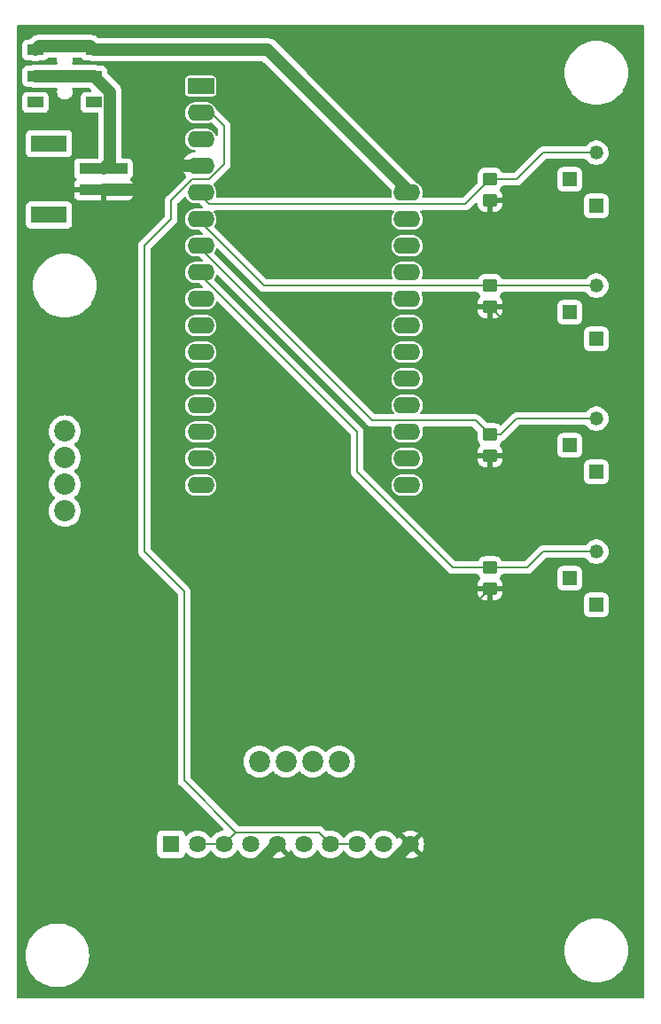
<source format=gbr>
%TF.GenerationSoftware,KiCad,Pcbnew,8.0.5*%
%TF.CreationDate,2024-10-11T15:03:24+01:00*%
%TF.ProjectId,ribboncontroller,72696262-6f6e-4636-9f6e-74726f6c6c65,rev?*%
%TF.SameCoordinates,Original*%
%TF.FileFunction,Copper,L1,Top*%
%TF.FilePolarity,Positive*%
%FSLAX46Y46*%
G04 Gerber Fmt 4.6, Leading zero omitted, Abs format (unit mm)*
G04 Created by KiCad (PCBNEW 8.0.5) date 2024-10-11 15:03:24*
%MOMM*%
%LPD*%
G01*
G04 APERTURE LIST*
G04 Aperture macros list*
%AMRoundRect*
0 Rectangle with rounded corners*
0 $1 Rounding radius*
0 $2 $3 $4 $5 $6 $7 $8 $9 X,Y pos of 4 corners*
0 Add a 4 corners polygon primitive as box body*
4,1,4,$2,$3,$4,$5,$6,$7,$8,$9,$2,$3,0*
0 Add four circle primitives for the rounded corners*
1,1,$1+$1,$2,$3*
1,1,$1+$1,$4,$5*
1,1,$1+$1,$6,$7*
1,1,$1+$1,$8,$9*
0 Add four rect primitives between the rounded corners*
20,1,$1+$1,$2,$3,$4,$5,0*
20,1,$1+$1,$4,$5,$6,$7,0*
20,1,$1+$1,$6,$7,$8,$9,0*
20,1,$1+$1,$8,$9,$2,$3,0*%
G04 Aperture macros list end*
%TA.AperFunction,ComponentPad*%
%ADD10C,2.020000*%
%TD*%
%TA.AperFunction,ComponentPad*%
%ADD11RoundRect,0.250000X-1.050000X-0.550000X1.050000X-0.550000X1.050000X0.550000X-1.050000X0.550000X0*%
%TD*%
%TA.AperFunction,ComponentPad*%
%ADD12O,2.600000X1.600000*%
%TD*%
%TA.AperFunction,SMDPad,CuDef*%
%ADD13RoundRect,0.250000X-0.450000X0.350000X-0.450000X-0.350000X0.450000X-0.350000X0.450000X0.350000X0*%
%TD*%
%TA.AperFunction,ComponentPad*%
%ADD14C,1.320800*%
%TD*%
%TA.AperFunction,ComponentPad*%
%ADD15R,1.320800X1.320800*%
%TD*%
%TA.AperFunction,SMDPad,CuDef*%
%ADD16R,1.500000X1.000000*%
%TD*%
%TA.AperFunction,SMDPad,CuDef*%
%ADD17R,4.600000X1.000000*%
%TD*%
%TA.AperFunction,SMDPad,CuDef*%
%ADD18R,3.400000X1.600000*%
%TD*%
%TA.AperFunction,ComponentPad*%
%ADD19R,1.635000X1.635000*%
%TD*%
%TA.AperFunction,ComponentPad*%
%ADD20C,1.635000*%
%TD*%
%TA.AperFunction,Conductor*%
%ADD21C,1.200000*%
%TD*%
%TA.AperFunction,Conductor*%
%ADD22C,0.200000*%
%TD*%
G04 APERTURE END LIST*
D10*
%TO.P,J3,4*%
%TO.N,Net-(J2-Pad1)*%
X46533134Y-83548351D03*
%TO.P,J3,3*%
%TO.N,Net-(J2-Pad2)*%
X43993134Y-83548351D03*
%TO.P,J3,2*%
%TO.N,Net-(J2-Pad3)*%
X41453134Y-83548351D03*
%TO.P,J3,1*%
%TO.N,Net-(J2-Pad4)*%
X38913134Y-83548351D03*
%TD*%
%TO.P,J2,4*%
%TO.N,Net-(J2-Pad4)*%
X20320000Y-59620000D03*
%TO.P,J2,3*%
%TO.N,Net-(J2-Pad3)*%
X20320000Y-57080000D03*
%TO.P,J2,2*%
%TO.N,Net-(J2-Pad2)*%
X20320000Y-54540000D03*
%TO.P,J2,1*%
%TO.N,Net-(J2-Pad1)*%
X20320000Y-52000000D03*
%TD*%
D11*
%TO.P,A2,1,~{RESET}*%
%TO.N,unconnected-(A2-~{RESET}-Pad1)*%
X33320000Y-19050000D03*
D12*
%TO.P,A2,2,3V3*%
%TO.N,+3.3V*%
X33320000Y-21590000D03*
%TO.P,A2,3,AREF*%
%TO.N,unconnected-(A2-AREF-Pad3)*%
X33320000Y-24130000D03*
%TO.P,A2,4,GND*%
%TO.N,-BATT*%
X33320000Y-26670000D03*
%TO.P,A2,5,A0*%
%TO.N,Net-(A2-A0)*%
X33320000Y-29210000D03*
%TO.P,A2,6,A1*%
%TO.N,Net-(A2-A1)*%
X33320000Y-31750000D03*
%TO.P,A2,7,A2*%
%TO.N,Net-(A2-A2)*%
X33320000Y-34290000D03*
%TO.P,A2,8,A3*%
%TO.N,Net-(A2-A3)*%
X33320000Y-36830000D03*
%TO.P,A2,9,A4*%
%TO.N,unconnected-(A2-A4-Pad9)*%
X33320000Y-39370000D03*
%TO.P,A2,10,A5*%
%TO.N,unconnected-(A2-A5-Pad10)*%
X33320000Y-41910000D03*
%TO.P,A2,11,SCK*%
%TO.N,unconnected-(A2-SCK-Pad11)*%
X33320000Y-44450000D03*
%TO.P,A2,12,MOSI*%
%TO.N,unconnected-(A2-MOSI-Pad12)*%
X33320000Y-46990000D03*
%TO.P,A2,13,MISO*%
%TO.N,unconnected-(A2-MISO-Pad13)*%
X33320000Y-49530000D03*
%TO.P,A2,14,RX*%
%TO.N,unconnected-(A2-RX-Pad14)*%
X33320000Y-52070000D03*
%TO.P,A2,15,TX*%
%TO.N,unconnected-(A2-TX-Pad15)*%
X33320000Y-54610000D03*
%TO.P,A2,16,SPARE*%
%TO.N,unconnected-(A2-SPARE-Pad16)*%
X33320000Y-57150000D03*
%TO.P,A2,17,SDA*%
%TO.N,unconnected-(A2-SDA-Pad17)*%
X53040000Y-57150000D03*
%TO.P,A2,18,SCL*%
%TO.N,unconnected-(A2-SCL-Pad18)*%
X53040000Y-54610000D03*
%TO.P,A2,19,D0*%
%TO.N,unconnected-(A2-D0-Pad19)*%
X53040000Y-52070000D03*
%TO.P,A2,20,D1*%
%TO.N,unconnected-(A2-D1-Pad20)*%
X53040000Y-49530000D03*
%TO.P,A2,21,D2*%
%TO.N,unconnected-(A2-D2-Pad21)*%
X53040000Y-46990000D03*
%TO.P,A2,22,D3*%
%TO.N,unconnected-(A2-D3-Pad22)*%
X53040000Y-44450000D03*
%TO.P,A2,23,D4*%
%TO.N,unconnected-(A2-D4-Pad23)*%
X53040000Y-41910000D03*
%TO.P,A2,24,D5*%
%TO.N,unconnected-(A2-D5-Pad24)*%
X53040000Y-39370000D03*
%TO.P,A2,25,D6*%
%TO.N,unconnected-(A2-D6-Pad25)*%
X53040000Y-36830000D03*
%TO.P,A2,26,USB*%
%TO.N,unconnected-(A2-USB-Pad26)*%
X53040000Y-34290000D03*
%TO.P,A2,27,EN*%
%TO.N,unconnected-(A2-EN-Pad27)*%
X53040000Y-31750000D03*
%TO.P,A2,28,VBAT*%
%TO.N,Net-(A2-VBAT)*%
X53040000Y-29210000D03*
%TD*%
D13*
%TO.P,R4,1*%
%TO.N,Net-(A2-A3)*%
X60960000Y-65040000D03*
%TO.P,R4,2*%
%TO.N,-BATT*%
X60960000Y-67040000D03*
%TD*%
D14*
%TO.P,R8,1,1*%
%TO.N,Net-(A2-A3)*%
X71120000Y-63500000D03*
D15*
%TO.P,R8,2,2*%
%TO.N,Net-(J1-Pad1)*%
X68580000Y-66040000D03*
%TO.P,R8,3,3*%
%TO.N,unconnected-(R8-Pad3)*%
X71120000Y-68580000D03*
%TD*%
D16*
%TO.P,SW1,O1,O*%
%TO.N,Net-(A2-VBAT)*%
X23120000Y-15590000D03*
%TO.P,SW1,O2,O*%
X17520000Y-15590000D03*
%TO.P,SW1,P1,P*%
%TO.N,+BATT*%
X23120000Y-18090000D03*
%TO.P,SW1,P2,P*%
X17520000Y-18090000D03*
%TO.P,SW1,S1,S*%
%TO.N,unconnected-(SW1A-S-PadS1)*%
X23120000Y-20590000D03*
%TO.P,SW1,S2,S*%
%TO.N,unconnected-(SW1B-S-PadS2)*%
X17520000Y-20590000D03*
%TD*%
D14*
%TO.P,R6,1,1*%
%TO.N,Net-(A2-A1)*%
X71120000Y-38100000D03*
D15*
%TO.P,R6,2,2*%
%TO.N,Net-(J1-Pad6)*%
X68580000Y-40640000D03*
%TO.P,R6,3,3*%
%TO.N,unconnected-(R6-Pad3)*%
X71120000Y-43180000D03*
%TD*%
D13*
%TO.P,R2,1*%
%TO.N,Net-(A2-A1)*%
X60960000Y-38100000D03*
%TO.P,R2,2*%
%TO.N,-BATT*%
X60960000Y-40100000D03*
%TD*%
D17*
%TO.P,X1,1,1*%
%TO.N,-BATT*%
X24020000Y-28940000D03*
%TO.P,X1,2,2*%
%TO.N,+BATT*%
X24020000Y-26940000D03*
D18*
%TO.P,X1,NC1*%
%TO.N,N/C*%
X18820000Y-31340000D03*
%TO.P,X1,NC2*%
X18820000Y-24540000D03*
%TD*%
D13*
%TO.P,R3,1*%
%TO.N,Net-(A2-A2)*%
X60960000Y-52340000D03*
%TO.P,R3,2*%
%TO.N,-BATT*%
X60960000Y-54340000D03*
%TD*%
%TO.P,R1,1*%
%TO.N,Net-(A2-A0)*%
X60960000Y-27940000D03*
%TO.P,R1,2*%
%TO.N,-BATT*%
X60960000Y-29940000D03*
%TD*%
D14*
%TO.P,R5,1,1*%
%TO.N,Net-(A2-A0)*%
X71120000Y-25400000D03*
D15*
%TO.P,R5,2,2*%
%TO.N,Net-(J1-Pad9)*%
X68580000Y-27940000D03*
%TO.P,R5,3,3*%
%TO.N,unconnected-(R5-Pad3)*%
X71120000Y-30480000D03*
%TD*%
D19*
%TO.P,J1,1,1*%
%TO.N,Net-(J1-Pad1)*%
X30480000Y-91440000D03*
D20*
%TO.P,J1,2,2*%
%TO.N,+3.3V*%
X33020000Y-91440000D03*
%TO.P,J1,3,3*%
X35560000Y-91440000D03*
%TO.P,J1,4,4*%
%TO.N,Net-(J1-Pad4)*%
X38100000Y-91440000D03*
%TO.P,J1,5,5*%
%TO.N,-BATT*%
X40640000Y-91440000D03*
%TO.P,J1,6,6*%
%TO.N,Net-(J1-Pad6)*%
X43180000Y-91440000D03*
%TO.P,J1,7,7*%
%TO.N,+3.3V*%
X45720000Y-91440000D03*
%TO.P,J1,8,8*%
X48260000Y-91440000D03*
%TO.P,J1,9,9*%
%TO.N,Net-(J1-Pad9)*%
X50800000Y-91440000D03*
%TO.P,J1,10,10*%
%TO.N,-BATT*%
X53340000Y-91440000D03*
%TD*%
D14*
%TO.P,R7,1,1*%
%TO.N,Net-(A2-A2)*%
X71120000Y-50800000D03*
D15*
%TO.P,R7,2,2*%
%TO.N,Net-(J1-Pad4)*%
X68580000Y-53340000D03*
%TO.P,R7,3,3*%
%TO.N,unconnected-(R7-Pad3)*%
X71120000Y-55880000D03*
%TD*%
D21*
%TO.N,-BATT*%
X25742294Y-42837706D02*
X25742294Y-33362294D01*
X22860000Y-45720000D02*
X25742294Y-42837706D01*
X25742294Y-33362294D02*
X27940000Y-31164588D01*
X22860000Y-45720000D02*
X22860000Y-99060000D01*
D22*
X66580000Y-45720000D02*
X73660000Y-45720000D01*
X60960000Y-40100000D02*
X66580000Y-45720000D01*
X73660000Y-45720000D02*
X73660000Y-71120000D01*
X73660000Y-35560000D02*
X73660000Y-45720000D01*
X67040000Y-54340000D02*
X73660000Y-60960000D01*
X60960000Y-54340000D02*
X67040000Y-54340000D01*
X68580000Y-73660000D02*
X58420000Y-83820000D01*
X71120000Y-73660000D02*
X68580000Y-73660000D01*
X58420000Y-69580000D02*
X58420000Y-83820000D01*
X58420000Y-83820000D02*
X58420000Y-86360000D01*
X69938211Y-35560000D02*
X73660000Y-35560000D01*
X73660000Y-71120000D02*
X71120000Y-73660000D01*
X64318211Y-29940000D02*
X69938211Y-35560000D01*
X60960000Y-29940000D02*
X64318211Y-29940000D01*
X60960000Y-67040000D02*
X58420000Y-69580000D01*
X58420000Y-86360000D02*
X53340000Y-91440000D01*
%TO.N,Net-(A2-A3)*%
X64500000Y-65040000D02*
X66040000Y-63500000D01*
X60960000Y-65040000D02*
X64500000Y-65040000D01*
X66040000Y-63500000D02*
X71120000Y-63500000D01*
X57420000Y-65040000D02*
X60960000Y-65040000D01*
X48260000Y-52070000D02*
X48260000Y-55880000D01*
X33020000Y-36830000D02*
X48260000Y-52070000D01*
X48260000Y-55880000D02*
X57420000Y-65040000D01*
%TO.N,Net-(A2-A2)*%
X63500000Y-50800000D02*
X71120000Y-50800000D01*
X61960000Y-52340000D02*
X63500000Y-50800000D01*
X60960000Y-52340000D02*
X61960000Y-52340000D01*
X49700000Y-50970000D02*
X59590000Y-50970000D01*
X59590000Y-50970000D02*
X60960000Y-52340000D01*
X33020000Y-34290000D02*
X49700000Y-50970000D01*
%TO.N,Net-(A2-A1)*%
X60960000Y-38100000D02*
X71120000Y-38100000D01*
X39370000Y-38100000D02*
X60960000Y-38100000D01*
X33020000Y-31750000D02*
X39370000Y-38100000D01*
%TO.N,Net-(A2-A0)*%
X66040000Y-25400000D02*
X71120000Y-25400000D01*
X60960000Y-27940000D02*
X63500000Y-27940000D01*
X63500000Y-27940000D02*
X66040000Y-25400000D01*
X58590000Y-30310000D02*
X60960000Y-27940000D01*
X34120000Y-30310000D02*
X58590000Y-30310000D01*
X33020000Y-29210000D02*
X34120000Y-30310000D01*
D21*
%TO.N,-BATT*%
X24020000Y-28940000D02*
X27940000Y-28940000D01*
X33020000Y-99060000D02*
X34290000Y-97790000D01*
X46990000Y-97790000D02*
X53340000Y-91440000D01*
X27940000Y-28940000D02*
X30210000Y-26670000D01*
X22860000Y-99060000D02*
X33020000Y-99060000D01*
X34290000Y-97790000D02*
X46990000Y-97790000D01*
X27940000Y-31164588D02*
X27940000Y-28940000D01*
X30210000Y-26670000D02*
X33020000Y-26670000D01*
X33020000Y-99060000D02*
X40640000Y-91440000D01*
%TO.N,Net-(A2-VBAT)*%
X23120000Y-15590000D02*
X39720000Y-15590000D01*
X17870000Y-15240000D02*
X17520000Y-15590000D01*
X22770000Y-15240000D02*
X17870000Y-15240000D01*
X23120000Y-15590000D02*
X22770000Y-15240000D01*
X39720000Y-15590000D02*
X53340000Y-29210000D01*
%TO.N,+BATT*%
X24670000Y-26290000D02*
X24020000Y-26940000D01*
X24670000Y-19640000D02*
X24670000Y-26290000D01*
X23120000Y-18090000D02*
X17520000Y-18090000D01*
X23120000Y-18090000D02*
X24670000Y-19640000D01*
D22*
%TO.N,+3.3V*%
X34290000Y-21590000D02*
X33020000Y-21590000D01*
X36677500Y-90322500D02*
X44602500Y-90322500D01*
X31720000Y-67280000D02*
X27940000Y-63500000D01*
X35560000Y-22860000D02*
X34290000Y-21590000D01*
X45720000Y-91440000D02*
X48260000Y-91440000D01*
X44602500Y-90322500D02*
X45720000Y-91440000D01*
X34105635Y-27940000D02*
X35560000Y-26485635D01*
X27940000Y-34290000D02*
X30480000Y-31750000D01*
X30480000Y-29994365D02*
X32534365Y-27940000D01*
X33020000Y-91440000D02*
X35560000Y-91440000D01*
X32534365Y-27940000D02*
X34105635Y-27940000D01*
X27940000Y-63500000D02*
X27940000Y-34290000D01*
X31720000Y-85365000D02*
X31720000Y-67280000D01*
X35560000Y-26485635D02*
X35560000Y-22860000D01*
X36677500Y-90322500D02*
X31720000Y-85365000D01*
X35560000Y-91440000D02*
X36677500Y-90322500D01*
X30480000Y-31750000D02*
X30480000Y-29994365D01*
%TD*%
%TA.AperFunction,Conductor*%
%TO.N,-BATT*%
G36*
X33513039Y-26439685D02*
G01*
X33558794Y-26492489D01*
X33570000Y-26544000D01*
X33570000Y-26796000D01*
X33550315Y-26863039D01*
X33497511Y-26908794D01*
X33454019Y-26918255D01*
X33485925Y-26862993D01*
X33520000Y-26735826D01*
X33520000Y-26604174D01*
X33485925Y-26477007D01*
X33454443Y-26422479D01*
X33513039Y-26439685D01*
G37*
%TD.AperFunction*%
%TA.AperFunction,Conductor*%
G36*
X75642539Y-13220185D02*
G01*
X75688294Y-13272989D01*
X75699500Y-13324500D01*
X75699500Y-106055500D01*
X75679815Y-106122539D01*
X75627011Y-106168294D01*
X75575500Y-106179500D01*
X15864500Y-106179500D01*
X15797461Y-106159815D01*
X15751706Y-106107011D01*
X15740500Y-106055500D01*
X15740500Y-102048299D01*
X16565037Y-102048299D01*
X16584184Y-102389258D01*
X16584186Y-102389270D01*
X16641388Y-102725936D01*
X16641390Y-102725945D01*
X16697671Y-102921300D01*
X16735929Y-103054095D01*
X16823790Y-103266210D01*
X16866615Y-103369599D01*
X17031808Y-103668495D01*
X17031811Y-103668500D01*
X17229420Y-103947002D01*
X17229424Y-103947007D01*
X17456982Y-104201645D01*
X17711620Y-104429203D01*
X17711623Y-104429205D01*
X17711624Y-104429206D01*
X17990126Y-104626815D01*
X17990131Y-104626818D01*
X17990134Y-104626819D01*
X17990136Y-104626821D01*
X18289026Y-104792011D01*
X18604532Y-104922698D01*
X18932687Y-105017238D01*
X19269364Y-105074442D01*
X19610328Y-105093590D01*
X19951292Y-105074442D01*
X20287969Y-105017238D01*
X20616124Y-104922698D01*
X20931630Y-104792011D01*
X21230520Y-104626821D01*
X21230525Y-104626817D01*
X21230529Y-104626815D01*
X21445338Y-104474399D01*
X21509036Y-104429203D01*
X21763674Y-104201645D01*
X21991232Y-103947007D01*
X22128643Y-103753345D01*
X22188844Y-103668500D01*
X22188847Y-103668495D01*
X22188850Y-103668491D01*
X22354040Y-103369601D01*
X22484727Y-103054095D01*
X22579267Y-102725940D01*
X22636471Y-102389263D01*
X22655619Y-102048299D01*
X22636471Y-101707335D01*
X22618234Y-101600000D01*
X68074709Y-101600000D01*
X68093856Y-101940959D01*
X68093858Y-101940971D01*
X68151060Y-102277637D01*
X68151062Y-102277646D01*
X68221300Y-102521448D01*
X68245601Y-102605796D01*
X68349221Y-102855956D01*
X68376287Y-102921300D01*
X68541480Y-103220196D01*
X68541483Y-103220201D01*
X68739092Y-103498703D01*
X68739096Y-103498708D01*
X68966654Y-103753346D01*
X69221292Y-103980904D01*
X69221295Y-103980906D01*
X69221296Y-103980907D01*
X69499798Y-104178516D01*
X69499803Y-104178519D01*
X69499806Y-104178520D01*
X69499808Y-104178522D01*
X69798698Y-104343712D01*
X70114204Y-104474399D01*
X70442359Y-104568939D01*
X70779036Y-104626143D01*
X71120000Y-104645291D01*
X71460964Y-104626143D01*
X71797641Y-104568939D01*
X72125796Y-104474399D01*
X72441302Y-104343712D01*
X72740192Y-104178522D01*
X72740197Y-104178518D01*
X72740201Y-104178516D01*
X72874755Y-104083044D01*
X73018708Y-103980904D01*
X73273346Y-103753346D01*
X73500904Y-103498708D01*
X73616840Y-103335310D01*
X73698516Y-103220201D01*
X73698519Y-103220196D01*
X73698522Y-103220192D01*
X73863712Y-102921302D01*
X73994399Y-102605796D01*
X74088939Y-102277641D01*
X74146143Y-101940964D01*
X74165291Y-101600000D01*
X74146143Y-101259036D01*
X74088939Y-100922359D01*
X73994399Y-100594204D01*
X73863712Y-100278698D01*
X73698522Y-99979808D01*
X73698520Y-99979806D01*
X73698519Y-99979803D01*
X73698516Y-99979798D01*
X73500907Y-99701296D01*
X73500906Y-99701295D01*
X73500904Y-99701292D01*
X73273346Y-99446654D01*
X73018708Y-99219096D01*
X73018705Y-99219094D01*
X73018703Y-99219092D01*
X72740201Y-99021483D01*
X72740196Y-99021480D01*
X72441300Y-98856287D01*
X72375956Y-98829221D01*
X72125796Y-98725601D01*
X72041448Y-98701300D01*
X71797646Y-98631062D01*
X71797637Y-98631060D01*
X71460971Y-98573858D01*
X71460959Y-98573856D01*
X71120000Y-98554709D01*
X70779040Y-98573856D01*
X70779028Y-98573858D01*
X70442362Y-98631060D01*
X70442353Y-98631062D01*
X70114207Y-98725600D01*
X70114204Y-98725601D01*
X70021796Y-98763877D01*
X69798699Y-98856287D01*
X69499803Y-99021480D01*
X69499798Y-99021483D01*
X69221296Y-99219092D01*
X68966654Y-99446654D01*
X68739092Y-99701296D01*
X68541483Y-99979798D01*
X68541480Y-99979803D01*
X68376287Y-100278699D01*
X68245600Y-100594207D01*
X68151062Y-100922353D01*
X68151060Y-100922362D01*
X68093858Y-101259028D01*
X68093856Y-101259040D01*
X68074709Y-101600000D01*
X22618234Y-101600000D01*
X22579267Y-101370658D01*
X22484727Y-101042503D01*
X22354040Y-100726997D01*
X22188850Y-100428107D01*
X22188848Y-100428105D01*
X22188847Y-100428102D01*
X22188844Y-100428097D01*
X21991235Y-100149595D01*
X21991234Y-100149594D01*
X21991232Y-100149591D01*
X21763674Y-99894953D01*
X21509036Y-99667395D01*
X21509033Y-99667393D01*
X21509031Y-99667391D01*
X21230529Y-99469782D01*
X21230524Y-99469779D01*
X20931628Y-99304586D01*
X20866284Y-99277520D01*
X20616124Y-99173900D01*
X20531776Y-99149599D01*
X20287974Y-99079361D01*
X20287965Y-99079359D01*
X19951299Y-99022157D01*
X19951287Y-99022155D01*
X19610328Y-99003008D01*
X19269368Y-99022155D01*
X19269356Y-99022157D01*
X18932690Y-99079359D01*
X18932681Y-99079361D01*
X18604535Y-99173899D01*
X18604532Y-99173900D01*
X18512124Y-99212176D01*
X18289027Y-99304586D01*
X17990131Y-99469779D01*
X17990126Y-99469782D01*
X17711624Y-99667391D01*
X17456982Y-99894953D01*
X17229420Y-100149595D01*
X17031811Y-100428097D01*
X17031808Y-100428102D01*
X16866615Y-100726998D01*
X16735928Y-101042506D01*
X16641390Y-101370652D01*
X16641388Y-101370661D01*
X16584186Y-101707327D01*
X16584184Y-101707339D01*
X16565037Y-102048299D01*
X15740500Y-102048299D01*
X15740500Y-52000000D01*
X18804829Y-52000000D01*
X18823482Y-52237020D01*
X18823482Y-52237023D01*
X18823483Y-52237025D01*
X18878987Y-52468214D01*
X18878988Y-52468216D01*
X18969972Y-52687873D01*
X19094199Y-52890592D01*
X19094202Y-52890597D01*
X19150604Y-52956635D01*
X19248612Y-53071388D01*
X19314228Y-53127429D01*
X19370757Y-53175710D01*
X19408950Y-53234217D01*
X19409448Y-53304085D01*
X19372094Y-53363131D01*
X19370757Y-53364290D01*
X19248612Y-53468612D01*
X19094202Y-53649402D01*
X19094199Y-53649407D01*
X18969972Y-53852126D01*
X18888726Y-54048273D01*
X18878987Y-54071786D01*
X18830376Y-54274261D01*
X18823482Y-54302979D01*
X18804829Y-54540000D01*
X18823482Y-54777020D01*
X18823482Y-54777023D01*
X18823483Y-54777025D01*
X18878987Y-55008214D01*
X18878988Y-55008216D01*
X18969972Y-55227873D01*
X19094199Y-55430592D01*
X19094202Y-55430597D01*
X19150604Y-55496635D01*
X19248612Y-55611388D01*
X19314228Y-55667429D01*
X19370757Y-55715710D01*
X19408950Y-55774217D01*
X19409448Y-55844085D01*
X19372094Y-55903131D01*
X19370757Y-55904290D01*
X19248612Y-56008612D01*
X19094202Y-56189402D01*
X19094199Y-56189407D01*
X18969972Y-56392126D01*
X18888726Y-56588273D01*
X18878987Y-56611786D01*
X18830376Y-56814261D01*
X18823482Y-56842979D01*
X18804829Y-57080000D01*
X18823482Y-57317020D01*
X18823482Y-57317023D01*
X18823483Y-57317025D01*
X18878987Y-57548214D01*
X18878988Y-57548216D01*
X18969972Y-57767873D01*
X19094199Y-57970592D01*
X19094202Y-57970597D01*
X19150604Y-58036635D01*
X19248612Y-58151388D01*
X19314228Y-58207429D01*
X19370757Y-58255710D01*
X19408950Y-58314217D01*
X19409448Y-58384085D01*
X19372094Y-58443131D01*
X19370757Y-58444290D01*
X19248612Y-58548612D01*
X19094202Y-58729402D01*
X19094199Y-58729407D01*
X18969972Y-58932126D01*
X18878988Y-59151783D01*
X18823482Y-59382979D01*
X18804829Y-59620000D01*
X18823482Y-59857020D01*
X18823482Y-59857023D01*
X18823483Y-59857025D01*
X18878987Y-60088214D01*
X18878988Y-60088216D01*
X18969972Y-60307873D01*
X19094199Y-60510592D01*
X19094202Y-60510597D01*
X19164195Y-60592548D01*
X19248612Y-60691388D01*
X19364337Y-60790226D01*
X19429402Y-60845797D01*
X19429407Y-60845800D01*
X19632126Y-60970027D01*
X19709786Y-61002194D01*
X19851786Y-61061013D01*
X20082975Y-61116517D01*
X20320000Y-61135171D01*
X20557025Y-61116517D01*
X20788214Y-61061013D01*
X21007873Y-60970027D01*
X21210595Y-60845799D01*
X21391388Y-60691388D01*
X21545799Y-60510595D01*
X21670027Y-60307873D01*
X21761013Y-60088214D01*
X21816517Y-59857025D01*
X21835171Y-59620000D01*
X21816517Y-59382975D01*
X21761013Y-59151786D01*
X21670027Y-58932127D01*
X21670027Y-58932126D01*
X21545800Y-58729407D01*
X21545797Y-58729402D01*
X21490226Y-58664337D01*
X21391388Y-58548612D01*
X21269242Y-58444290D01*
X21231049Y-58385783D01*
X21230550Y-58315916D01*
X21267904Y-58256869D01*
X21269242Y-58255710D01*
X21269728Y-58255294D01*
X21391388Y-58151388D01*
X21545799Y-57970595D01*
X21670027Y-57767873D01*
X21761013Y-57548214D01*
X21816517Y-57317025D01*
X21835171Y-57080000D01*
X21816517Y-56842975D01*
X21761013Y-56611786D01*
X21670027Y-56392127D01*
X21670027Y-56392126D01*
X21545800Y-56189407D01*
X21545797Y-56189402D01*
X21479506Y-56111786D01*
X21391388Y-56008612D01*
X21269242Y-55904290D01*
X21231049Y-55845783D01*
X21230550Y-55775916D01*
X21267904Y-55716869D01*
X21269242Y-55715710D01*
X21269728Y-55715294D01*
X21391388Y-55611388D01*
X21545799Y-55430595D01*
X21670027Y-55227873D01*
X21761013Y-55008214D01*
X21816517Y-54777025D01*
X21835171Y-54540000D01*
X21816517Y-54302975D01*
X21761013Y-54071786D01*
X21670027Y-53852127D01*
X21670027Y-53852126D01*
X21545800Y-53649407D01*
X21545797Y-53649402D01*
X21436692Y-53521657D01*
X21391388Y-53468612D01*
X21269242Y-53364290D01*
X21231049Y-53305783D01*
X21230550Y-53235916D01*
X21267904Y-53176869D01*
X21269242Y-53175710D01*
X21269728Y-53175294D01*
X21391388Y-53071388D01*
X21545799Y-52890595D01*
X21670027Y-52687873D01*
X21761013Y-52468214D01*
X21816517Y-52237025D01*
X21835171Y-52000000D01*
X21816517Y-51762975D01*
X21761013Y-51531786D01*
X21681041Y-51338716D01*
X21670027Y-51312126D01*
X21545800Y-51109407D01*
X21545797Y-51109402D01*
X21464511Y-51014229D01*
X21391388Y-50928612D01*
X21240801Y-50799999D01*
X21210597Y-50774202D01*
X21210592Y-50774199D01*
X21007873Y-50649972D01*
X20788216Y-50558988D01*
X20788214Y-50558987D01*
X20557025Y-50503483D01*
X20557023Y-50503482D01*
X20557020Y-50503482D01*
X20320000Y-50484829D01*
X20082979Y-50503482D01*
X20082975Y-50503483D01*
X19851786Y-50558987D01*
X19851784Y-50558987D01*
X19851783Y-50558988D01*
X19632126Y-50649972D01*
X19429407Y-50774199D01*
X19429402Y-50774202D01*
X19248612Y-50928612D01*
X19094202Y-51109402D01*
X19094199Y-51109407D01*
X18969972Y-51312126D01*
X18897517Y-51487050D01*
X18878987Y-51531786D01*
X18860973Y-51606819D01*
X18823482Y-51762979D01*
X18804829Y-52000000D01*
X15740500Y-52000000D01*
X15740500Y-38100000D01*
X17274709Y-38100000D01*
X17293856Y-38440959D01*
X17293858Y-38440971D01*
X17351060Y-38777637D01*
X17351062Y-38777646D01*
X17391686Y-38918654D01*
X17445601Y-39105796D01*
X17484829Y-39200500D01*
X17576287Y-39421300D01*
X17741480Y-39720196D01*
X17741483Y-39720201D01*
X17939092Y-39998703D01*
X17939096Y-39998708D01*
X18166654Y-40253346D01*
X18421292Y-40480904D01*
X18421295Y-40480906D01*
X18421296Y-40480907D01*
X18699798Y-40678516D01*
X18699803Y-40678519D01*
X18699806Y-40678520D01*
X18699808Y-40678522D01*
X18998698Y-40843712D01*
X19314204Y-40974399D01*
X19642359Y-41068939D01*
X19979036Y-41126143D01*
X20320000Y-41145291D01*
X20660964Y-41126143D01*
X20997641Y-41068939D01*
X21325796Y-40974399D01*
X21641302Y-40843712D01*
X21940192Y-40678522D01*
X21940197Y-40678518D01*
X21940201Y-40678516D01*
X22191814Y-40499986D01*
X22218708Y-40480904D01*
X22473346Y-40253346D01*
X22700904Y-39998708D01*
X22816840Y-39835310D01*
X22898516Y-39720201D01*
X22898519Y-39720196D01*
X22898522Y-39720192D01*
X23063712Y-39421302D01*
X23194399Y-39105796D01*
X23288939Y-38777641D01*
X23346143Y-38440964D01*
X23365291Y-38100000D01*
X23346143Y-37759036D01*
X23288939Y-37422359D01*
X23194399Y-37094204D01*
X23063712Y-36778698D01*
X22898522Y-36479808D01*
X22898520Y-36479806D01*
X22898519Y-36479803D01*
X22898516Y-36479798D01*
X22700907Y-36201296D01*
X22700906Y-36201295D01*
X22700904Y-36201292D01*
X22473346Y-35946654D01*
X22218708Y-35719096D01*
X22218705Y-35719094D01*
X22218703Y-35719092D01*
X21940201Y-35521483D01*
X21940196Y-35521480D01*
X21641300Y-35356287D01*
X21570158Y-35326819D01*
X21325796Y-35225601D01*
X21155832Y-35176635D01*
X20997646Y-35131062D01*
X20997637Y-35131060D01*
X20660971Y-35073858D01*
X20660959Y-35073856D01*
X20320000Y-35054709D01*
X19979040Y-35073856D01*
X19979028Y-35073858D01*
X19642362Y-35131060D01*
X19642353Y-35131062D01*
X19314207Y-35225600D01*
X19314204Y-35225601D01*
X19250353Y-35252049D01*
X18998699Y-35356287D01*
X18699803Y-35521480D01*
X18699798Y-35521483D01*
X18421296Y-35719092D01*
X18166654Y-35946654D01*
X17939092Y-36201296D01*
X17741483Y-36479798D01*
X17741480Y-36479803D01*
X17576287Y-36778699D01*
X17514221Y-36928541D01*
X17452253Y-37078146D01*
X17445600Y-37094207D01*
X17351062Y-37422353D01*
X17351060Y-37422362D01*
X17293858Y-37759028D01*
X17293856Y-37759040D01*
X17274709Y-38100000D01*
X15740500Y-38100000D01*
X15740500Y-30492135D01*
X16619500Y-30492135D01*
X16619500Y-32187870D01*
X16619501Y-32187876D01*
X16625908Y-32247483D01*
X16676202Y-32382328D01*
X16676206Y-32382335D01*
X16762452Y-32497544D01*
X16762455Y-32497547D01*
X16877664Y-32583793D01*
X16877671Y-32583797D01*
X17012517Y-32634091D01*
X17012516Y-32634091D01*
X17019444Y-32634835D01*
X17072127Y-32640500D01*
X20567872Y-32640499D01*
X20627483Y-32634091D01*
X20762331Y-32583796D01*
X20877546Y-32497546D01*
X20963796Y-32382331D01*
X21014091Y-32247483D01*
X21020500Y-32187873D01*
X21020499Y-30492128D01*
X21014091Y-30432517D01*
X20979574Y-30339973D01*
X20963797Y-30297671D01*
X20963793Y-30297664D01*
X20877547Y-30182455D01*
X20877544Y-30182452D01*
X20762335Y-30096206D01*
X20762328Y-30096202D01*
X20627482Y-30045908D01*
X20627483Y-30045908D01*
X20567883Y-30039501D01*
X20567881Y-30039500D01*
X20567873Y-30039500D01*
X20567864Y-30039500D01*
X17072129Y-30039500D01*
X17072123Y-30039501D01*
X17012516Y-30045908D01*
X16877671Y-30096202D01*
X16877664Y-30096206D01*
X16762455Y-30182452D01*
X16762452Y-30182455D01*
X16676206Y-30297664D01*
X16676202Y-30297671D01*
X16625908Y-30432517D01*
X16624814Y-30442697D01*
X16619501Y-30492123D01*
X16619500Y-30492135D01*
X15740500Y-30492135D01*
X15740500Y-29487844D01*
X21220000Y-29487844D01*
X21226401Y-29547372D01*
X21226403Y-29547379D01*
X21276645Y-29682086D01*
X21276649Y-29682093D01*
X21362809Y-29797187D01*
X21362812Y-29797190D01*
X21477906Y-29883350D01*
X21477913Y-29883354D01*
X21612620Y-29933596D01*
X21612627Y-29933598D01*
X21672155Y-29939999D01*
X21672172Y-29940000D01*
X23770000Y-29940000D01*
X24270000Y-29940000D01*
X26367828Y-29940000D01*
X26367844Y-29939999D01*
X26427372Y-29933598D01*
X26427379Y-29933596D01*
X26562086Y-29883354D01*
X26562093Y-29883350D01*
X26677187Y-29797190D01*
X26677190Y-29797187D01*
X26763350Y-29682093D01*
X26763354Y-29682086D01*
X26813596Y-29547379D01*
X26813598Y-29547372D01*
X26819999Y-29487844D01*
X26820000Y-29487827D01*
X26820000Y-29190000D01*
X24270000Y-29190000D01*
X24270000Y-29940000D01*
X23770000Y-29940000D01*
X23770000Y-29190000D01*
X21220000Y-29190000D01*
X21220000Y-29487844D01*
X15740500Y-29487844D01*
X15740500Y-23692135D01*
X16619500Y-23692135D01*
X16619500Y-25387870D01*
X16619501Y-25387876D01*
X16625908Y-25447483D01*
X16676202Y-25582328D01*
X16676206Y-25582335D01*
X16762452Y-25697544D01*
X16762455Y-25697547D01*
X16877664Y-25783793D01*
X16877671Y-25783797D01*
X17012517Y-25834091D01*
X17012516Y-25834091D01*
X17019444Y-25834835D01*
X17072127Y-25840500D01*
X20567872Y-25840499D01*
X20627483Y-25834091D01*
X20762331Y-25783796D01*
X20877546Y-25697546D01*
X20963796Y-25582331D01*
X21014091Y-25447483D01*
X21020500Y-25387873D01*
X21020499Y-23692128D01*
X21014091Y-23632517D01*
X20963796Y-23497669D01*
X20963795Y-23497668D01*
X20963793Y-23497664D01*
X20877547Y-23382455D01*
X20877544Y-23382452D01*
X20762335Y-23296206D01*
X20762328Y-23296202D01*
X20627482Y-23245908D01*
X20627483Y-23245908D01*
X20567883Y-23239501D01*
X20567881Y-23239500D01*
X20567873Y-23239500D01*
X20567864Y-23239500D01*
X17072129Y-23239500D01*
X17072123Y-23239501D01*
X17012516Y-23245908D01*
X16877671Y-23296202D01*
X16877664Y-23296206D01*
X16762455Y-23382452D01*
X16762452Y-23382455D01*
X16676206Y-23497664D01*
X16676202Y-23497671D01*
X16625908Y-23632517D01*
X16623374Y-23656092D01*
X16619501Y-23692123D01*
X16619500Y-23692135D01*
X15740500Y-23692135D01*
X15740500Y-20042135D01*
X16269500Y-20042135D01*
X16269500Y-21137870D01*
X16269501Y-21137876D01*
X16275908Y-21197483D01*
X16326202Y-21332328D01*
X16326206Y-21332335D01*
X16412452Y-21447544D01*
X16412455Y-21447547D01*
X16527664Y-21533793D01*
X16527671Y-21533797D01*
X16662517Y-21584091D01*
X16662516Y-21584091D01*
X16669444Y-21584835D01*
X16722127Y-21590500D01*
X18317872Y-21590499D01*
X18377483Y-21584091D01*
X18512331Y-21533796D01*
X18627546Y-21447546D01*
X18713796Y-21332331D01*
X18764091Y-21197483D01*
X18770500Y-21137873D01*
X18770499Y-20042128D01*
X18764091Y-19982517D01*
X18745751Y-19933346D01*
X18713797Y-19847671D01*
X18713793Y-19847664D01*
X18627547Y-19732455D01*
X18627544Y-19732452D01*
X18512335Y-19646206D01*
X18512328Y-19646202D01*
X18377482Y-19595908D01*
X18377483Y-19595908D01*
X18317883Y-19589501D01*
X18317881Y-19589500D01*
X18317873Y-19589500D01*
X18317864Y-19589500D01*
X16722129Y-19589500D01*
X16722123Y-19589501D01*
X16662516Y-19595908D01*
X16527671Y-19646202D01*
X16527664Y-19646206D01*
X16412455Y-19732452D01*
X16412452Y-19732455D01*
X16326206Y-19847664D01*
X16326202Y-19847671D01*
X16275908Y-19982517D01*
X16269501Y-20042116D01*
X16269501Y-20042123D01*
X16269500Y-20042135D01*
X15740500Y-20042135D01*
X15740500Y-15042135D01*
X16269500Y-15042135D01*
X16269500Y-16137870D01*
X16269501Y-16137876D01*
X16275908Y-16197483D01*
X16326202Y-16332328D01*
X16326206Y-16332335D01*
X16412452Y-16447544D01*
X16412455Y-16447547D01*
X16527664Y-16533793D01*
X16527671Y-16533797D01*
X16572618Y-16550561D01*
X16662517Y-16584091D01*
X16722127Y-16590500D01*
X17029762Y-16590499D01*
X17086053Y-16604012D01*
X17097555Y-16609873D01*
X17262299Y-16663402D01*
X17433389Y-16690500D01*
X17433390Y-16690500D01*
X17606610Y-16690500D01*
X17606611Y-16690500D01*
X17777701Y-16663402D01*
X17942445Y-16609873D01*
X17953942Y-16604014D01*
X18010237Y-16590499D01*
X18317871Y-16590499D01*
X18317872Y-16590499D01*
X18377483Y-16584091D01*
X18512331Y-16533796D01*
X18627546Y-16447546D01*
X18654227Y-16411903D01*
X18670485Y-16390188D01*
X18726419Y-16348318D01*
X18769751Y-16340500D01*
X19453331Y-16340500D01*
X19520370Y-16360185D01*
X19566125Y-16412989D01*
X19576069Y-16482147D01*
X19574948Y-16488692D01*
X19569500Y-16516079D01*
X19569500Y-16516082D01*
X19569500Y-16663918D01*
X19569500Y-16663920D01*
X19569499Y-16663920D01*
X19598340Y-16808907D01*
X19598342Y-16808913D01*
X19602125Y-16818045D01*
X19609595Y-16887514D01*
X19578322Y-16949994D01*
X19518234Y-16985648D01*
X19487565Y-16989500D01*
X17433389Y-16989500D01*
X17401192Y-16994599D01*
X17262301Y-17016597D01*
X17097558Y-17070125D01*
X17097552Y-17070127D01*
X17086055Y-17075986D01*
X17029762Y-17089500D01*
X16722130Y-17089500D01*
X16722123Y-17089501D01*
X16662516Y-17095908D01*
X16527671Y-17146202D01*
X16527664Y-17146206D01*
X16412455Y-17232452D01*
X16412452Y-17232455D01*
X16326206Y-17347664D01*
X16326202Y-17347671D01*
X16275908Y-17482517D01*
X16273783Y-17502288D01*
X16269501Y-17542123D01*
X16269500Y-17542135D01*
X16269500Y-18637870D01*
X16269501Y-18637876D01*
X16275908Y-18697483D01*
X16326202Y-18832328D01*
X16326206Y-18832335D01*
X16412452Y-18947544D01*
X16412455Y-18947547D01*
X16527664Y-19033793D01*
X16527671Y-19033797D01*
X16572618Y-19050561D01*
X16662517Y-19084091D01*
X16722127Y-19090500D01*
X17029762Y-19090499D01*
X17086053Y-19104012D01*
X17097555Y-19109873D01*
X17262299Y-19163402D01*
X17433389Y-19190500D01*
X19487565Y-19190500D01*
X19554604Y-19210185D01*
X19600359Y-19262989D01*
X19610303Y-19332147D01*
X19602125Y-19361955D01*
X19598342Y-19371086D01*
X19598340Y-19371092D01*
X19569500Y-19516079D01*
X19569500Y-19516082D01*
X19569500Y-19663918D01*
X19569500Y-19663920D01*
X19569499Y-19663920D01*
X19598340Y-19808907D01*
X19598343Y-19808917D01*
X19654912Y-19945488D01*
X19654919Y-19945501D01*
X19737048Y-20068415D01*
X19737051Y-20068419D01*
X19841580Y-20172948D01*
X19841584Y-20172951D01*
X19964498Y-20255080D01*
X19964511Y-20255087D01*
X20101082Y-20311656D01*
X20101087Y-20311658D01*
X20101091Y-20311658D01*
X20101092Y-20311659D01*
X20246079Y-20340500D01*
X20246082Y-20340500D01*
X20393920Y-20340500D01*
X20491462Y-20321096D01*
X20538913Y-20311658D01*
X20675495Y-20255084D01*
X20798416Y-20172951D01*
X20902951Y-20068416D01*
X20985084Y-19945495D01*
X21041658Y-19808913D01*
X21056867Y-19732454D01*
X21070500Y-19663920D01*
X21070500Y-19516079D01*
X21041659Y-19371092D01*
X21041658Y-19371091D01*
X21041658Y-19371087D01*
X21037874Y-19361953D01*
X21030405Y-19292486D01*
X21061678Y-19230006D01*
X21121766Y-19194352D01*
X21152435Y-19190500D01*
X22612796Y-19190500D01*
X22679835Y-19210185D01*
X22700477Y-19226819D01*
X22851477Y-19377819D01*
X22884962Y-19439142D01*
X22879978Y-19508834D01*
X22838106Y-19564767D01*
X22772642Y-19589184D01*
X22763796Y-19589500D01*
X22322129Y-19589500D01*
X22322123Y-19589501D01*
X22262516Y-19595908D01*
X22127671Y-19646202D01*
X22127664Y-19646206D01*
X22012455Y-19732452D01*
X22012452Y-19732455D01*
X21926206Y-19847664D01*
X21926202Y-19847671D01*
X21875908Y-19982517D01*
X21869501Y-20042116D01*
X21869501Y-20042123D01*
X21869500Y-20042135D01*
X21869500Y-21137870D01*
X21869501Y-21137876D01*
X21875908Y-21197483D01*
X21926202Y-21332328D01*
X21926206Y-21332335D01*
X22012452Y-21447544D01*
X22012455Y-21447547D01*
X22127664Y-21533793D01*
X22127671Y-21533797D01*
X22262517Y-21584091D01*
X22262516Y-21584091D01*
X22269444Y-21584835D01*
X22322127Y-21590500D01*
X23445500Y-21590499D01*
X23512539Y-21610184D01*
X23558294Y-21662987D01*
X23569500Y-21714499D01*
X23569500Y-25782794D01*
X23549815Y-25849833D01*
X23533181Y-25870475D01*
X23500475Y-25903181D01*
X23439152Y-25936666D01*
X23412794Y-25939500D01*
X21672129Y-25939500D01*
X21672123Y-25939501D01*
X21612516Y-25945908D01*
X21477671Y-25996202D01*
X21477664Y-25996206D01*
X21362455Y-26082452D01*
X21362452Y-26082455D01*
X21276206Y-26197664D01*
X21276202Y-26197671D01*
X21225908Y-26332517D01*
X21219501Y-26392116D01*
X21219501Y-26392123D01*
X21219500Y-26392135D01*
X21219500Y-27487870D01*
X21219501Y-27487876D01*
X21225908Y-27547483D01*
X21276202Y-27682328D01*
X21276206Y-27682335D01*
X21362452Y-27797544D01*
X21362453Y-27797544D01*
X21362454Y-27797546D01*
X21397727Y-27823951D01*
X21420562Y-27841046D01*
X21462432Y-27896980D01*
X21467416Y-27966672D01*
X21433930Y-28027994D01*
X21420562Y-28039578D01*
X21362809Y-28082812D01*
X21276649Y-28197906D01*
X21276645Y-28197913D01*
X21226403Y-28332620D01*
X21226401Y-28332627D01*
X21220000Y-28392155D01*
X21220000Y-28690000D01*
X26820000Y-28690000D01*
X26820000Y-28392172D01*
X26819999Y-28392155D01*
X26813598Y-28332627D01*
X26813596Y-28332620D01*
X26763354Y-28197913D01*
X26763350Y-28197906D01*
X26677190Y-28082812D01*
X26677187Y-28082809D01*
X26619438Y-28039578D01*
X26577567Y-27983645D01*
X26572583Y-27913953D01*
X26606069Y-27852630D01*
X26619432Y-27841049D01*
X26677546Y-27797546D01*
X26763796Y-27682331D01*
X26814091Y-27547483D01*
X26820500Y-27487873D01*
X26820499Y-26392128D01*
X26814091Y-26332517D01*
X26766185Y-26204075D01*
X26763797Y-26197671D01*
X26763793Y-26197664D01*
X26677547Y-26082455D01*
X26677544Y-26082452D01*
X26562335Y-25996206D01*
X26562328Y-25996202D01*
X26427482Y-25945908D01*
X26427483Y-25945908D01*
X26367883Y-25939501D01*
X26367881Y-25939500D01*
X26367873Y-25939500D01*
X26367865Y-25939500D01*
X25894500Y-25939500D01*
X25827461Y-25919815D01*
X25781706Y-25867011D01*
X25770500Y-25815500D01*
X25770500Y-19553389D01*
X25763443Y-19508834D01*
X25743402Y-19382299D01*
X25689873Y-19217555D01*
X25611232Y-19063212D01*
X25509414Y-18923072D01*
X25386928Y-18800586D01*
X25032072Y-18445730D01*
X31819500Y-18445730D01*
X31819500Y-19654269D01*
X31822353Y-19684699D01*
X31822353Y-19684701D01*
X31867206Y-19812880D01*
X31867207Y-19812882D01*
X31947850Y-19922150D01*
X32057118Y-20002793D01*
X32099845Y-20017744D01*
X32185299Y-20047646D01*
X32215730Y-20050500D01*
X32215734Y-20050500D01*
X34424270Y-20050500D01*
X34454699Y-20047646D01*
X34454701Y-20047646D01*
X34518790Y-20025219D01*
X34582882Y-20002793D01*
X34692150Y-19922150D01*
X34772793Y-19812882D01*
X34811683Y-19701741D01*
X34817646Y-19684701D01*
X34817646Y-19684699D01*
X34820500Y-19654269D01*
X34820500Y-18445730D01*
X34817646Y-18415300D01*
X34817646Y-18415298D01*
X34772793Y-18287119D01*
X34772792Y-18287117D01*
X34692150Y-18177850D01*
X34582882Y-18097207D01*
X34582880Y-18097206D01*
X34454700Y-18052353D01*
X34424270Y-18049500D01*
X34424266Y-18049500D01*
X32215734Y-18049500D01*
X32215730Y-18049500D01*
X32185300Y-18052353D01*
X32185298Y-18052353D01*
X32057119Y-18097206D01*
X32057117Y-18097207D01*
X31947850Y-18177850D01*
X31867207Y-18287117D01*
X31867206Y-18287119D01*
X31822353Y-18415298D01*
X31822353Y-18415300D01*
X31819500Y-18445730D01*
X25032072Y-18445730D01*
X24406818Y-17820476D01*
X24373333Y-17759153D01*
X24370499Y-17732795D01*
X24370499Y-17542129D01*
X24370498Y-17542123D01*
X24370497Y-17542116D01*
X24364091Y-17482517D01*
X24313796Y-17347669D01*
X24313795Y-17347668D01*
X24313793Y-17347664D01*
X24227547Y-17232455D01*
X24227544Y-17232452D01*
X24112335Y-17146206D01*
X24112328Y-17146202D01*
X23977482Y-17095908D01*
X23977483Y-17095908D01*
X23917883Y-17089501D01*
X23917881Y-17089500D01*
X23917873Y-17089500D01*
X23917865Y-17089500D01*
X23610237Y-17089500D01*
X23553941Y-17075984D01*
X23542449Y-17070128D01*
X23460073Y-17043362D01*
X23377701Y-17016598D01*
X23377699Y-17016597D01*
X23377698Y-17016597D01*
X23246271Y-16995781D01*
X23206611Y-16989500D01*
X23206610Y-16989500D01*
X21152435Y-16989500D01*
X21085396Y-16969815D01*
X21039641Y-16917011D01*
X21029697Y-16847853D01*
X21037875Y-16818045D01*
X21041658Y-16808913D01*
X21061297Y-16710185D01*
X21070500Y-16663920D01*
X21070500Y-16516079D01*
X21065052Y-16488692D01*
X21071279Y-16419101D01*
X21114141Y-16363923D01*
X21180031Y-16340678D01*
X21186669Y-16340500D01*
X21870249Y-16340500D01*
X21937288Y-16360185D01*
X21969515Y-16390188D01*
X21991160Y-16419101D01*
X22012454Y-16447546D01*
X22041095Y-16468987D01*
X22127664Y-16533793D01*
X22127671Y-16533797D01*
X22172618Y-16550561D01*
X22262517Y-16584091D01*
X22322127Y-16590500D01*
X22629762Y-16590499D01*
X22686053Y-16604012D01*
X22697555Y-16609873D01*
X22862299Y-16663402D01*
X23033389Y-16690500D01*
X23206611Y-16690500D01*
X39212796Y-16690500D01*
X39279835Y-16710185D01*
X39300477Y-16726819D01*
X51516792Y-28943134D01*
X51550277Y-29004457D01*
X51550729Y-29055005D01*
X51539500Y-29111459D01*
X51539500Y-29308541D01*
X51539500Y-29308543D01*
X51539499Y-29308543D01*
X51577947Y-29501829D01*
X51577949Y-29501834D01*
X51592949Y-29538049D01*
X51600416Y-29607518D01*
X51569141Y-29669997D01*
X51509051Y-29705649D01*
X51478387Y-29709500D01*
X34881613Y-29709500D01*
X34814574Y-29689815D01*
X34768819Y-29637011D01*
X34758875Y-29567853D01*
X34767051Y-29538049D01*
X34769009Y-29533320D01*
X34782051Y-29501835D01*
X34807120Y-29375806D01*
X34820500Y-29308543D01*
X34820500Y-29111456D01*
X34782052Y-28918170D01*
X34782051Y-28918169D01*
X34782051Y-28918165D01*
X34750807Y-28842735D01*
X34706635Y-28736092D01*
X34706628Y-28736079D01*
X34597139Y-28572218D01*
X34597136Y-28572214D01*
X34547577Y-28522655D01*
X34514092Y-28461332D01*
X34519076Y-28391640D01*
X34547576Y-28347294D01*
X34586155Y-28308716D01*
X34586155Y-28308714D01*
X34596359Y-28298511D01*
X34596362Y-28298506D01*
X36040520Y-26854351D01*
X36119577Y-26717419D01*
X36160501Y-26564692D01*
X36160501Y-26406577D01*
X36160501Y-26398982D01*
X36160500Y-26398964D01*
X36160500Y-22780945D01*
X36160500Y-22780943D01*
X36119577Y-22628216D01*
X36119577Y-22628215D01*
X36119577Y-22628214D01*
X36090639Y-22578095D01*
X36090637Y-22578092D01*
X36075603Y-22552051D01*
X36040520Y-22491284D01*
X35928716Y-22379480D01*
X35928715Y-22379479D01*
X35924385Y-22375149D01*
X35924374Y-22375139D01*
X34777590Y-21228355D01*
X34777588Y-21228352D01*
X34753283Y-21204047D01*
X34726403Y-21163818D01*
X34706635Y-21116093D01*
X34706634Y-21116092D01*
X34706632Y-21116086D01*
X34706627Y-21116079D01*
X34597139Y-20952217D01*
X34457785Y-20812863D01*
X34457781Y-20812860D01*
X34293920Y-20703371D01*
X34293907Y-20703364D01*
X34111839Y-20627950D01*
X34111829Y-20627947D01*
X33918543Y-20589500D01*
X33918541Y-20589500D01*
X32721459Y-20589500D01*
X32721457Y-20589500D01*
X32528170Y-20627947D01*
X32528160Y-20627950D01*
X32346092Y-20703364D01*
X32346079Y-20703371D01*
X32182218Y-20812860D01*
X32182214Y-20812863D01*
X32042863Y-20952214D01*
X32042860Y-20952218D01*
X31933371Y-21116079D01*
X31933364Y-21116092D01*
X31857950Y-21298160D01*
X31857947Y-21298170D01*
X31819500Y-21491456D01*
X31819500Y-21491459D01*
X31819500Y-21688541D01*
X31819500Y-21688543D01*
X31819499Y-21688543D01*
X31857947Y-21881829D01*
X31857950Y-21881839D01*
X31933364Y-22063907D01*
X31933371Y-22063920D01*
X32042860Y-22227781D01*
X32042863Y-22227785D01*
X32182214Y-22367136D01*
X32182218Y-22367139D01*
X32346079Y-22476628D01*
X32346092Y-22476635D01*
X32456433Y-22522339D01*
X32528165Y-22552051D01*
X32528169Y-22552051D01*
X32528170Y-22552052D01*
X32721456Y-22590500D01*
X32721459Y-22590500D01*
X33918543Y-22590500D01*
X34048582Y-22564632D01*
X34111835Y-22552051D01*
X34183567Y-22522339D01*
X34241044Y-22498532D01*
X34310513Y-22491063D01*
X34372992Y-22522339D01*
X34376177Y-22525412D01*
X34923181Y-23072416D01*
X34956666Y-23133739D01*
X34959500Y-23160097D01*
X34959500Y-23643173D01*
X34939815Y-23710212D01*
X34887011Y-23755967D01*
X34817853Y-23765911D01*
X34754297Y-23736886D01*
X34720939Y-23690625D01*
X34706635Y-23656092D01*
X34706628Y-23656079D01*
X34597139Y-23492218D01*
X34597136Y-23492214D01*
X34457785Y-23352863D01*
X34457781Y-23352860D01*
X34293920Y-23243371D01*
X34293907Y-23243364D01*
X34111839Y-23167950D01*
X34111829Y-23167947D01*
X33918543Y-23129500D01*
X33918541Y-23129500D01*
X32721459Y-23129500D01*
X32721457Y-23129500D01*
X32528170Y-23167947D01*
X32528160Y-23167950D01*
X32346092Y-23243364D01*
X32346079Y-23243371D01*
X32182218Y-23352860D01*
X32182214Y-23352863D01*
X32042863Y-23492214D01*
X32042860Y-23492218D01*
X31933371Y-23656079D01*
X31933364Y-23656092D01*
X31857950Y-23838160D01*
X31857947Y-23838170D01*
X31819500Y-24031456D01*
X31819500Y-24031459D01*
X31819500Y-24228541D01*
X31819500Y-24228543D01*
X31819499Y-24228543D01*
X31857947Y-24421829D01*
X31857950Y-24421839D01*
X31933364Y-24603907D01*
X31933371Y-24603920D01*
X32042860Y-24767781D01*
X32042863Y-24767785D01*
X32182214Y-24907136D01*
X32182218Y-24907139D01*
X32346079Y-25016628D01*
X32346092Y-25016635D01*
X32528160Y-25092049D01*
X32528165Y-25092051D01*
X32660674Y-25118409D01*
X32709061Y-25128034D01*
X32770972Y-25160419D01*
X32805546Y-25221134D01*
X32801807Y-25290904D01*
X32760940Y-25347576D01*
X32704269Y-25372124D01*
X32515581Y-25402010D01*
X32320968Y-25465244D01*
X32138650Y-25558140D01*
X31973105Y-25678417D01*
X31973104Y-25678417D01*
X31828417Y-25823104D01*
X31828417Y-25823105D01*
X31708140Y-25988650D01*
X31615244Y-26170970D01*
X31552009Y-26365586D01*
X31543391Y-26420000D01*
X32586988Y-26420000D01*
X32554075Y-26477007D01*
X32520000Y-26604174D01*
X32520000Y-26735826D01*
X32554075Y-26862993D01*
X32586988Y-26920000D01*
X31543391Y-26920000D01*
X31552009Y-26974413D01*
X31615244Y-27169029D01*
X31708140Y-27351349D01*
X31828417Y-27516894D01*
X31828417Y-27516895D01*
X31880644Y-27569122D01*
X31914129Y-27630445D01*
X31909145Y-27700137D01*
X31880644Y-27744484D01*
X30111286Y-29513843D01*
X29999481Y-29625647D01*
X29999479Y-29625649D01*
X29992920Y-29637011D01*
X29970228Y-29676316D01*
X29920423Y-29762580D01*
X29879499Y-29915308D01*
X29879499Y-29915310D01*
X29879499Y-30083411D01*
X29879500Y-30083424D01*
X29879500Y-31449902D01*
X29859815Y-31516941D01*
X29843181Y-31537583D01*
X27459481Y-33921282D01*
X27459480Y-33921284D01*
X27415093Y-33998165D01*
X27380423Y-34058215D01*
X27339499Y-34210943D01*
X27339499Y-34210945D01*
X27339499Y-34379046D01*
X27339500Y-34379059D01*
X27339500Y-63413330D01*
X27339499Y-63413348D01*
X27339499Y-63579054D01*
X27339498Y-63579054D01*
X27380423Y-63731786D01*
X27380424Y-63731787D01*
X27399330Y-63764533D01*
X27459481Y-63868717D01*
X27578349Y-63987585D01*
X27578355Y-63987590D01*
X31083181Y-67492416D01*
X31116666Y-67553739D01*
X31119500Y-67580097D01*
X31119500Y-85278330D01*
X31119499Y-85278348D01*
X31119499Y-85444054D01*
X31119498Y-85444054D01*
X31160423Y-85596785D01*
X31189358Y-85646900D01*
X31189359Y-85646904D01*
X31189360Y-85646904D01*
X31239479Y-85733714D01*
X31239481Y-85733717D01*
X31358349Y-85852585D01*
X31358355Y-85852590D01*
X35429649Y-89923885D01*
X35463134Y-89985208D01*
X35458150Y-90054900D01*
X35416278Y-90110833D01*
X35352780Y-90135094D01*
X35336240Y-90136541D01*
X35330257Y-90137065D01*
X35330255Y-90137065D01*
X35330251Y-90137066D01*
X35107502Y-90196751D01*
X35107495Y-90196753D01*
X35107495Y-90196754D01*
X35106483Y-90197226D01*
X34898484Y-90294217D01*
X34898482Y-90294218D01*
X34709566Y-90426497D01*
X34546497Y-90589566D01*
X34411113Y-90782918D01*
X34409954Y-90782106D01*
X34364221Y-90825715D01*
X34307399Y-90839500D01*
X34272601Y-90839500D01*
X34205562Y-90819815D01*
X34169782Y-90782290D01*
X34168887Y-90782918D01*
X34033502Y-90589566D01*
X33870432Y-90426496D01*
X33681522Y-90294220D01*
X33681518Y-90294218D01*
X33618761Y-90264954D01*
X33472505Y-90196754D01*
X33472501Y-90196753D01*
X33472497Y-90196751D01*
X33249748Y-90137066D01*
X33249744Y-90137065D01*
X33249743Y-90137065D01*
X33249742Y-90137064D01*
X33249737Y-90137064D01*
X33020002Y-90116965D01*
X33019998Y-90116965D01*
X32790262Y-90137064D01*
X32790251Y-90137066D01*
X32567502Y-90196751D01*
X32567495Y-90196753D01*
X32567495Y-90196754D01*
X32566483Y-90197226D01*
X32358484Y-90294217D01*
X32358482Y-90294218D01*
X32169566Y-90426497D01*
X32002955Y-90593108D01*
X31941632Y-90626593D01*
X31871940Y-90621609D01*
X31816007Y-90579737D01*
X31793504Y-90522537D01*
X31793376Y-90522568D01*
X31793165Y-90521676D01*
X31791984Y-90518673D01*
X31791591Y-90515017D01*
X31741296Y-90380169D01*
X31741295Y-90380168D01*
X31741293Y-90380164D01*
X31655047Y-90264955D01*
X31655044Y-90264952D01*
X31539835Y-90178706D01*
X31539828Y-90178702D01*
X31404982Y-90128408D01*
X31404983Y-90128408D01*
X31345383Y-90122001D01*
X31345381Y-90122000D01*
X31345373Y-90122000D01*
X31345364Y-90122000D01*
X29614629Y-90122000D01*
X29614623Y-90122001D01*
X29555016Y-90128408D01*
X29420171Y-90178702D01*
X29420164Y-90178706D01*
X29304955Y-90264952D01*
X29304952Y-90264955D01*
X29218706Y-90380164D01*
X29218702Y-90380171D01*
X29168408Y-90515017D01*
X29162001Y-90574616D01*
X29162000Y-90574635D01*
X29162000Y-92305370D01*
X29162001Y-92305376D01*
X29168408Y-92364983D01*
X29218702Y-92499828D01*
X29218706Y-92499835D01*
X29304952Y-92615044D01*
X29304955Y-92615047D01*
X29420164Y-92701293D01*
X29420171Y-92701297D01*
X29555017Y-92751591D01*
X29555016Y-92751591D01*
X29561944Y-92752335D01*
X29614627Y-92758000D01*
X31345372Y-92757999D01*
X31404983Y-92751591D01*
X31539831Y-92701296D01*
X31655046Y-92615046D01*
X31741296Y-92499831D01*
X31791591Y-92364983D01*
X31791984Y-92361318D01*
X31793084Y-92358664D01*
X31793374Y-92357438D01*
X31793572Y-92357484D01*
X31818720Y-92296769D01*
X31876111Y-92256919D01*
X31945936Y-92254423D01*
X32002955Y-92286891D01*
X32169567Y-92453503D01*
X32358477Y-92585779D01*
X32358479Y-92585780D01*
X32358482Y-92585782D01*
X32567495Y-92683246D01*
X32790257Y-92742935D01*
X32954359Y-92757292D01*
X33019998Y-92763035D01*
X33020000Y-92763035D01*
X33020002Y-92763035D01*
X33077573Y-92757998D01*
X33249743Y-92742935D01*
X33472505Y-92683246D01*
X33681518Y-92585782D01*
X33870431Y-92453504D01*
X34033504Y-92290431D01*
X34165782Y-92101518D01*
X34165782Y-92101516D01*
X34168887Y-92097083D01*
X34170043Y-92097893D01*
X34215789Y-92054280D01*
X34272602Y-92040500D01*
X34307398Y-92040500D01*
X34374437Y-92060185D01*
X34410219Y-92097708D01*
X34411113Y-92097083D01*
X34546497Y-92290433D01*
X34709567Y-92453503D01*
X34898477Y-92585779D01*
X34898479Y-92585780D01*
X34898482Y-92585782D01*
X35107495Y-92683246D01*
X35330257Y-92742935D01*
X35494359Y-92757292D01*
X35559998Y-92763035D01*
X35560000Y-92763035D01*
X35560002Y-92763035D01*
X35617573Y-92757998D01*
X35789743Y-92742935D01*
X36012505Y-92683246D01*
X36221518Y-92585782D01*
X36410431Y-92453504D01*
X36573504Y-92290431D01*
X36705782Y-92101518D01*
X36717618Y-92076134D01*
X36763789Y-92023696D01*
X36830982Y-92004543D01*
X36897864Y-92024758D01*
X36942381Y-92076134D01*
X36954218Y-92101518D01*
X36954219Y-92101519D01*
X36954220Y-92101522D01*
X37086496Y-92290432D01*
X37249567Y-92453503D01*
X37438477Y-92585779D01*
X37438479Y-92585780D01*
X37438482Y-92585782D01*
X37647495Y-92683246D01*
X37870257Y-92742935D01*
X38034359Y-92757292D01*
X38099998Y-92763035D01*
X38100000Y-92763035D01*
X38100002Y-92763035D01*
X38157573Y-92757998D01*
X38329743Y-92742935D01*
X38552505Y-92683246D01*
X38761518Y-92585782D01*
X38950431Y-92453504D01*
X39113504Y-92290431D01*
X39245782Y-92101518D01*
X39257896Y-92075540D01*
X39304062Y-92023106D01*
X39371255Y-92003952D01*
X39438137Y-92024166D01*
X39482656Y-92075540D01*
X39494653Y-92101267D01*
X39548408Y-92178037D01*
X39548408Y-92178038D01*
X40120294Y-91606151D01*
X40132141Y-91650362D01*
X40203891Y-91774638D01*
X40305362Y-91876109D01*
X40429638Y-91947859D01*
X40473847Y-91959704D01*
X39901960Y-92531590D01*
X39978737Y-92585348D01*
X40187665Y-92682773D01*
X40187674Y-92682777D01*
X40410339Y-92742439D01*
X40410350Y-92742441D01*
X40639998Y-92762533D01*
X40640002Y-92762533D01*
X40869649Y-92742441D01*
X40869660Y-92742439D01*
X41092325Y-92682777D01*
X41092334Y-92682773D01*
X41301264Y-92585348D01*
X41378038Y-92531590D01*
X40806152Y-91959705D01*
X40850362Y-91947859D01*
X40974638Y-91876109D01*
X41076109Y-91774638D01*
X41147859Y-91650362D01*
X41159704Y-91606152D01*
X41731590Y-92178038D01*
X41785347Y-92101264D01*
X41797341Y-92075545D01*
X41843513Y-92023105D01*
X41910706Y-92003952D01*
X41977588Y-92024167D01*
X42022105Y-92075542D01*
X42032150Y-92097083D01*
X42034218Y-92101518D01*
X42034220Y-92101522D01*
X42166496Y-92290432D01*
X42329567Y-92453503D01*
X42518477Y-92585779D01*
X42518479Y-92585780D01*
X42518482Y-92585782D01*
X42727495Y-92683246D01*
X42950257Y-92742935D01*
X43114359Y-92757292D01*
X43179998Y-92763035D01*
X43180000Y-92763035D01*
X43180002Y-92763035D01*
X43237573Y-92757998D01*
X43409743Y-92742935D01*
X43632505Y-92683246D01*
X43841518Y-92585782D01*
X44030431Y-92453504D01*
X44193504Y-92290431D01*
X44325782Y-92101518D01*
X44337618Y-92076134D01*
X44383789Y-92023696D01*
X44450982Y-92004543D01*
X44517864Y-92024758D01*
X44562381Y-92076134D01*
X44574218Y-92101518D01*
X44574219Y-92101519D01*
X44574220Y-92101522D01*
X44706496Y-92290432D01*
X44869567Y-92453503D01*
X45058477Y-92585779D01*
X45058479Y-92585780D01*
X45058482Y-92585782D01*
X45267495Y-92683246D01*
X45490257Y-92742935D01*
X45654359Y-92757292D01*
X45719998Y-92763035D01*
X45720000Y-92763035D01*
X45720002Y-92763035D01*
X45777573Y-92757998D01*
X45949743Y-92742935D01*
X46172505Y-92683246D01*
X46381518Y-92585782D01*
X46570431Y-92453504D01*
X46733504Y-92290431D01*
X46865782Y-92101518D01*
X46865782Y-92101516D01*
X46868887Y-92097083D01*
X46870043Y-92097893D01*
X46915789Y-92054280D01*
X46972602Y-92040500D01*
X47007398Y-92040500D01*
X47074437Y-92060185D01*
X47110219Y-92097708D01*
X47111113Y-92097083D01*
X47246497Y-92290433D01*
X47409567Y-92453503D01*
X47598477Y-92585779D01*
X47598479Y-92585780D01*
X47598482Y-92585782D01*
X47807495Y-92683246D01*
X48030257Y-92742935D01*
X48194359Y-92757292D01*
X48259998Y-92763035D01*
X48260000Y-92763035D01*
X48260002Y-92763035D01*
X48317573Y-92757998D01*
X48489743Y-92742935D01*
X48712505Y-92683246D01*
X48921518Y-92585782D01*
X49110431Y-92453504D01*
X49273504Y-92290431D01*
X49405782Y-92101518D01*
X49417618Y-92076134D01*
X49463789Y-92023696D01*
X49530982Y-92004543D01*
X49597864Y-92024758D01*
X49642381Y-92076134D01*
X49654218Y-92101518D01*
X49654219Y-92101519D01*
X49654220Y-92101522D01*
X49786496Y-92290432D01*
X49949567Y-92453503D01*
X50138477Y-92585779D01*
X50138479Y-92585780D01*
X50138482Y-92585782D01*
X50347495Y-92683246D01*
X50570257Y-92742935D01*
X50734359Y-92757292D01*
X50799998Y-92763035D01*
X50800000Y-92763035D01*
X50800002Y-92763035D01*
X50857573Y-92757998D01*
X51029743Y-92742935D01*
X51252505Y-92683246D01*
X51461518Y-92585782D01*
X51650431Y-92453504D01*
X51813504Y-92290431D01*
X51945782Y-92101518D01*
X51957896Y-92075540D01*
X52004062Y-92023106D01*
X52071255Y-92003952D01*
X52138137Y-92024166D01*
X52182656Y-92075540D01*
X52194653Y-92101267D01*
X52248408Y-92178037D01*
X52248409Y-92178038D01*
X52820294Y-91606152D01*
X52832141Y-91650362D01*
X52903891Y-91774638D01*
X53005362Y-91876109D01*
X53129638Y-91947859D01*
X53173847Y-91959704D01*
X52601960Y-92531590D01*
X52678737Y-92585348D01*
X52887665Y-92682773D01*
X52887674Y-92682777D01*
X53110339Y-92742439D01*
X53110350Y-92742441D01*
X53339998Y-92762533D01*
X53340002Y-92762533D01*
X53569649Y-92742441D01*
X53569660Y-92742439D01*
X53792325Y-92682777D01*
X53792334Y-92682773D01*
X54001264Y-92585348D01*
X54078038Y-92531590D01*
X53506152Y-91959705D01*
X53550362Y-91947859D01*
X53674638Y-91876109D01*
X53776109Y-91774638D01*
X53847859Y-91650362D01*
X53859704Y-91606152D01*
X54431590Y-92178038D01*
X54485348Y-92101264D01*
X54582773Y-91892334D01*
X54582777Y-91892325D01*
X54642439Y-91669660D01*
X54642441Y-91669649D01*
X54662533Y-91440001D01*
X54662533Y-91439998D01*
X54642441Y-91210350D01*
X54642439Y-91210339D01*
X54582777Y-90987674D01*
X54582773Y-90987665D01*
X54485348Y-90778736D01*
X54431589Y-90701961D01*
X53859704Y-91273846D01*
X53847859Y-91229638D01*
X53776109Y-91105362D01*
X53674638Y-91003891D01*
X53550362Y-90932141D01*
X53506152Y-90920295D01*
X54078038Y-90348409D01*
X54078037Y-90348408D01*
X54001267Y-90294653D01*
X54001265Y-90294652D01*
X53792334Y-90197226D01*
X53792325Y-90197222D01*
X53569660Y-90137560D01*
X53569649Y-90137558D01*
X53340002Y-90117467D01*
X53339998Y-90117467D01*
X53110350Y-90137558D01*
X53110339Y-90137560D01*
X52887674Y-90197222D01*
X52887665Y-90197226D01*
X52678740Y-90294649D01*
X52601961Y-90348409D01*
X53173847Y-90920294D01*
X53129638Y-90932141D01*
X53005362Y-91003891D01*
X52903891Y-91105362D01*
X52832141Y-91229638D01*
X52820295Y-91273847D01*
X52248409Y-90701961D01*
X52194650Y-90778739D01*
X52182656Y-90804460D01*
X52136482Y-90856898D01*
X52069288Y-90876048D01*
X52002407Y-90855831D01*
X51957894Y-90804457D01*
X51945782Y-90778483D01*
X51839428Y-90626593D01*
X51813502Y-90589566D01*
X51650432Y-90426496D01*
X51461522Y-90294220D01*
X51461518Y-90294218D01*
X51398761Y-90264954D01*
X51252505Y-90196754D01*
X51252501Y-90196753D01*
X51252497Y-90196751D01*
X51029748Y-90137066D01*
X51029744Y-90137065D01*
X51029743Y-90137065D01*
X51029742Y-90137064D01*
X51029737Y-90137064D01*
X50800002Y-90116965D01*
X50799998Y-90116965D01*
X50570262Y-90137064D01*
X50570251Y-90137066D01*
X50347502Y-90196751D01*
X50347495Y-90196753D01*
X50347495Y-90196754D01*
X50346483Y-90197226D01*
X50138484Y-90294217D01*
X50138482Y-90294218D01*
X49949566Y-90426497D01*
X49786497Y-90589566D01*
X49654218Y-90778482D01*
X49654214Y-90778489D01*
X49642381Y-90803866D01*
X49596208Y-90856305D01*
X49529015Y-90875456D01*
X49462134Y-90855239D01*
X49417619Y-90803866D01*
X49405785Y-90778489D01*
X49405781Y-90778482D01*
X49273502Y-90589566D01*
X49110432Y-90426496D01*
X48921522Y-90294220D01*
X48921518Y-90294218D01*
X48858761Y-90264954D01*
X48712505Y-90196754D01*
X48712501Y-90196753D01*
X48712497Y-90196751D01*
X48489748Y-90137066D01*
X48489744Y-90137065D01*
X48489743Y-90137065D01*
X48489742Y-90137064D01*
X48489737Y-90137064D01*
X48260002Y-90116965D01*
X48259998Y-90116965D01*
X48030262Y-90137064D01*
X48030251Y-90137066D01*
X47807502Y-90196751D01*
X47807495Y-90196753D01*
X47807495Y-90196754D01*
X47806483Y-90197226D01*
X47598484Y-90294217D01*
X47598482Y-90294218D01*
X47409566Y-90426497D01*
X47246497Y-90589566D01*
X47111113Y-90782918D01*
X47109954Y-90782106D01*
X47064221Y-90825715D01*
X47007399Y-90839500D01*
X46972601Y-90839500D01*
X46905562Y-90819815D01*
X46869782Y-90782290D01*
X46868887Y-90782918D01*
X46733502Y-90589566D01*
X46570432Y-90426496D01*
X46381522Y-90294220D01*
X46381518Y-90294218D01*
X46318761Y-90264954D01*
X46172505Y-90196754D01*
X46172501Y-90196753D01*
X46172497Y-90196751D01*
X45949748Y-90137066D01*
X45949744Y-90137065D01*
X45949743Y-90137065D01*
X45949742Y-90137064D01*
X45949737Y-90137064D01*
X45720002Y-90116965D01*
X45719998Y-90116965D01*
X45490262Y-90137064D01*
X45490251Y-90137066D01*
X45382778Y-90165863D01*
X45312928Y-90164200D01*
X45263004Y-90133769D01*
X45090090Y-89960855D01*
X45090088Y-89960852D01*
X44971217Y-89841981D01*
X44971216Y-89841980D01*
X44884404Y-89791860D01*
X44884404Y-89791859D01*
X44884400Y-89791858D01*
X44834285Y-89762923D01*
X44681557Y-89721999D01*
X44523443Y-89721999D01*
X44515847Y-89721999D01*
X44515831Y-89722000D01*
X36977598Y-89722000D01*
X36910559Y-89702315D01*
X36889917Y-89685681D01*
X32356819Y-85152583D01*
X32323334Y-85091260D01*
X32320500Y-85064902D01*
X32320500Y-83548351D01*
X37397963Y-83548351D01*
X37416616Y-83785371D01*
X37416616Y-83785374D01*
X37416617Y-83785376D01*
X37472121Y-84016565D01*
X37472122Y-84016567D01*
X37563106Y-84236224D01*
X37687333Y-84438943D01*
X37687336Y-84438948D01*
X37704378Y-84458901D01*
X37841746Y-84619739D01*
X37957471Y-84718577D01*
X38022536Y-84774148D01*
X38022541Y-84774151D01*
X38225260Y-84898378D01*
X38302920Y-84930545D01*
X38444920Y-84989364D01*
X38676109Y-85044868D01*
X38913134Y-85063522D01*
X39150159Y-85044868D01*
X39381348Y-84989364D01*
X39601007Y-84898378D01*
X39803729Y-84774150D01*
X39984522Y-84619739D01*
X40088844Y-84497593D01*
X40147351Y-84459400D01*
X40217218Y-84458901D01*
X40276265Y-84496255D01*
X40277424Y-84497593D01*
X40381746Y-84619739D01*
X40497471Y-84718577D01*
X40562536Y-84774148D01*
X40562541Y-84774151D01*
X40765260Y-84898378D01*
X40842920Y-84930545D01*
X40984920Y-84989364D01*
X41216109Y-85044868D01*
X41453134Y-85063522D01*
X41690159Y-85044868D01*
X41921348Y-84989364D01*
X42141007Y-84898378D01*
X42343729Y-84774150D01*
X42524522Y-84619739D01*
X42628844Y-84497593D01*
X42687351Y-84459400D01*
X42757218Y-84458901D01*
X42816265Y-84496255D01*
X42817424Y-84497593D01*
X42921746Y-84619739D01*
X43037471Y-84718577D01*
X43102536Y-84774148D01*
X43102541Y-84774151D01*
X43305260Y-84898378D01*
X43382920Y-84930545D01*
X43524920Y-84989364D01*
X43756109Y-85044868D01*
X43993134Y-85063522D01*
X44230159Y-85044868D01*
X44461348Y-84989364D01*
X44681007Y-84898378D01*
X44883729Y-84774150D01*
X45064522Y-84619739D01*
X45168844Y-84497593D01*
X45227351Y-84459400D01*
X45297218Y-84458901D01*
X45356265Y-84496255D01*
X45357424Y-84497593D01*
X45461746Y-84619739D01*
X45577471Y-84718577D01*
X45642536Y-84774148D01*
X45642541Y-84774151D01*
X45845260Y-84898378D01*
X45922920Y-84930545D01*
X46064920Y-84989364D01*
X46296109Y-85044868D01*
X46533134Y-85063522D01*
X46770159Y-85044868D01*
X47001348Y-84989364D01*
X47221007Y-84898378D01*
X47423729Y-84774150D01*
X47604522Y-84619739D01*
X47758933Y-84438946D01*
X47883161Y-84236224D01*
X47974147Y-84016565D01*
X48029651Y-83785376D01*
X48048305Y-83548351D01*
X48029651Y-83311326D01*
X47974147Y-83080137D01*
X47883161Y-82860478D01*
X47883161Y-82860477D01*
X47758934Y-82657758D01*
X47758931Y-82657753D01*
X47703360Y-82592688D01*
X47604522Y-82476963D01*
X47505682Y-82392546D01*
X47423731Y-82322553D01*
X47423726Y-82322550D01*
X47221007Y-82198323D01*
X47001350Y-82107339D01*
X47001348Y-82107338D01*
X46770159Y-82051834D01*
X46770157Y-82051833D01*
X46770154Y-82051833D01*
X46533134Y-82033180D01*
X46296113Y-82051833D01*
X46296109Y-82051834D01*
X46064920Y-82107338D01*
X46064918Y-82107338D01*
X46064917Y-82107339D01*
X45845260Y-82198323D01*
X45642541Y-82322550D01*
X45642536Y-82322553D01*
X45461746Y-82476963D01*
X45357424Y-82599108D01*
X45298917Y-82637301D01*
X45229049Y-82637799D01*
X45170003Y-82600445D01*
X45168844Y-82599108D01*
X45120563Y-82542579D01*
X45064522Y-82476963D01*
X44965682Y-82392546D01*
X44883731Y-82322553D01*
X44883726Y-82322550D01*
X44681007Y-82198323D01*
X44461350Y-82107339D01*
X44461348Y-82107338D01*
X44230159Y-82051834D01*
X44230157Y-82051833D01*
X44230154Y-82051833D01*
X43993134Y-82033180D01*
X43756113Y-82051833D01*
X43756109Y-82051834D01*
X43524920Y-82107338D01*
X43524918Y-82107338D01*
X43524917Y-82107339D01*
X43305260Y-82198323D01*
X43102541Y-82322550D01*
X43102536Y-82322553D01*
X42921746Y-82476963D01*
X42817424Y-82599108D01*
X42758917Y-82637301D01*
X42689049Y-82637799D01*
X42630003Y-82600445D01*
X42628844Y-82599108D01*
X42580563Y-82542579D01*
X42524522Y-82476963D01*
X42425682Y-82392546D01*
X42343731Y-82322553D01*
X42343726Y-82322550D01*
X42141007Y-82198323D01*
X41921350Y-82107339D01*
X41921348Y-82107338D01*
X41690159Y-82051834D01*
X41690157Y-82051833D01*
X41690154Y-82051833D01*
X41453134Y-82033180D01*
X41216113Y-82051833D01*
X41216109Y-82051834D01*
X40984920Y-82107338D01*
X40984918Y-82107338D01*
X40984917Y-82107339D01*
X40765260Y-82198323D01*
X40562541Y-82322550D01*
X40562536Y-82322553D01*
X40381746Y-82476963D01*
X40277424Y-82599108D01*
X40218917Y-82637301D01*
X40149049Y-82637799D01*
X40090003Y-82600445D01*
X40088844Y-82599108D01*
X40040563Y-82542579D01*
X39984522Y-82476963D01*
X39885682Y-82392546D01*
X39803731Y-82322553D01*
X39803726Y-82322550D01*
X39601007Y-82198323D01*
X39381350Y-82107339D01*
X39381348Y-82107338D01*
X39150159Y-82051834D01*
X39150157Y-82051833D01*
X39150154Y-82051833D01*
X38913134Y-82033180D01*
X38676113Y-82051833D01*
X38676109Y-82051834D01*
X38444920Y-82107338D01*
X38444918Y-82107338D01*
X38444917Y-82107339D01*
X38225260Y-82198323D01*
X38022541Y-82322550D01*
X38022536Y-82322553D01*
X37841746Y-82476963D01*
X37687336Y-82657753D01*
X37687333Y-82657758D01*
X37563106Y-82860477D01*
X37472122Y-83080134D01*
X37416616Y-83311330D01*
X37397963Y-83548351D01*
X32320500Y-83548351D01*
X32320500Y-67439986D01*
X59760001Y-67439986D01*
X59770494Y-67542697D01*
X59825641Y-67709119D01*
X59825643Y-67709124D01*
X59917684Y-67858345D01*
X60041654Y-67982315D01*
X60190875Y-68074356D01*
X60190880Y-68074358D01*
X60357302Y-68129505D01*
X60357309Y-68129506D01*
X60460019Y-68139999D01*
X60709999Y-68139999D01*
X61210000Y-68139999D01*
X61459972Y-68139999D01*
X61459986Y-68139998D01*
X61562697Y-68129505D01*
X61729119Y-68074358D01*
X61729124Y-68074356D01*
X61878345Y-67982315D01*
X61988925Y-67871735D01*
X69959100Y-67871735D01*
X69959100Y-69288270D01*
X69959101Y-69288276D01*
X69965508Y-69347883D01*
X70015802Y-69482728D01*
X70015806Y-69482735D01*
X70102052Y-69597944D01*
X70102055Y-69597947D01*
X70217264Y-69684193D01*
X70217271Y-69684197D01*
X70352117Y-69734491D01*
X70352116Y-69734491D01*
X70359044Y-69735235D01*
X70411727Y-69740900D01*
X71828272Y-69740899D01*
X71887883Y-69734491D01*
X72022731Y-69684196D01*
X72137946Y-69597946D01*
X72224196Y-69482731D01*
X72274491Y-69347883D01*
X72280900Y-69288273D01*
X72280899Y-67871728D01*
X72274491Y-67812117D01*
X72236075Y-67709119D01*
X72224197Y-67677271D01*
X72224193Y-67677264D01*
X72137947Y-67562055D01*
X72137944Y-67562052D01*
X72022735Y-67475806D01*
X72022728Y-67475802D01*
X71887882Y-67425508D01*
X71887883Y-67425508D01*
X71828283Y-67419101D01*
X71828281Y-67419100D01*
X71828273Y-67419100D01*
X71828264Y-67419100D01*
X70411729Y-67419100D01*
X70411723Y-67419101D01*
X70352116Y-67425508D01*
X70217271Y-67475802D01*
X70217264Y-67475806D01*
X70102055Y-67562052D01*
X70102052Y-67562055D01*
X70015806Y-67677264D01*
X70015802Y-67677271D01*
X69965508Y-67812117D01*
X69959101Y-67871716D01*
X69959101Y-67871723D01*
X69959100Y-67871735D01*
X61988925Y-67871735D01*
X62002315Y-67858345D01*
X62094356Y-67709124D01*
X62094358Y-67709119D01*
X62149505Y-67542697D01*
X62149506Y-67542690D01*
X62159999Y-67439986D01*
X62160000Y-67439973D01*
X62160000Y-67290000D01*
X61210000Y-67290000D01*
X61210000Y-68139999D01*
X60709999Y-68139999D01*
X60710000Y-68139998D01*
X60710000Y-67290000D01*
X59760001Y-67290000D01*
X59760001Y-67439986D01*
X32320500Y-67439986D01*
X32320500Y-67200944D01*
X32320499Y-67200938D01*
X32320489Y-67200899D01*
X32305294Y-67144193D01*
X32279577Y-67048215D01*
X32250639Y-66998095D01*
X32200520Y-66911284D01*
X32088716Y-66799480D01*
X32088715Y-66799479D01*
X32084385Y-66795149D01*
X32084374Y-66795139D01*
X28576819Y-63287584D01*
X28543334Y-63226261D01*
X28540500Y-63199903D01*
X28540500Y-57248543D01*
X31819499Y-57248543D01*
X31857947Y-57441829D01*
X31857950Y-57441839D01*
X31933364Y-57623907D01*
X31933371Y-57623920D01*
X32042860Y-57787781D01*
X32042863Y-57787785D01*
X32182214Y-57927136D01*
X32182218Y-57927139D01*
X32346079Y-58036628D01*
X32346092Y-58036635D01*
X32528160Y-58112049D01*
X32528165Y-58112051D01*
X32528169Y-58112051D01*
X32528170Y-58112052D01*
X32721456Y-58150500D01*
X32721459Y-58150500D01*
X33918543Y-58150500D01*
X34048582Y-58124632D01*
X34111835Y-58112051D01*
X34293914Y-58036632D01*
X34457782Y-57927139D01*
X34597139Y-57787782D01*
X34706632Y-57623914D01*
X34782051Y-57441835D01*
X34820500Y-57248541D01*
X34820500Y-57051459D01*
X34820500Y-57051456D01*
X34782052Y-56858170D01*
X34782051Y-56858169D01*
X34782051Y-56858165D01*
X34750807Y-56782735D01*
X34706635Y-56676092D01*
X34706628Y-56676079D01*
X34597139Y-56512218D01*
X34597136Y-56512214D01*
X34457785Y-56372863D01*
X34457781Y-56372860D01*
X34293920Y-56263371D01*
X34293907Y-56263364D01*
X34111839Y-56187950D01*
X34111829Y-56187947D01*
X33918543Y-56149500D01*
X33918541Y-56149500D01*
X32721459Y-56149500D01*
X32721457Y-56149500D01*
X32528170Y-56187947D01*
X32528160Y-56187950D01*
X32346092Y-56263364D01*
X32346079Y-56263371D01*
X32182218Y-56372860D01*
X32182214Y-56372863D01*
X32042863Y-56512214D01*
X32042860Y-56512218D01*
X31933371Y-56676079D01*
X31933364Y-56676092D01*
X31857950Y-56858160D01*
X31857947Y-56858170D01*
X31819500Y-57051456D01*
X31819500Y-57051459D01*
X31819500Y-57248541D01*
X31819500Y-57248543D01*
X31819499Y-57248543D01*
X28540500Y-57248543D01*
X28540500Y-54708543D01*
X31819499Y-54708543D01*
X31857947Y-54901829D01*
X31857950Y-54901839D01*
X31933364Y-55083907D01*
X31933371Y-55083920D01*
X32042860Y-55247781D01*
X32042863Y-55247785D01*
X32182214Y-55387136D01*
X32182218Y-55387139D01*
X32346079Y-55496628D01*
X32346092Y-55496635D01*
X32528160Y-55572049D01*
X32528165Y-55572051D01*
X32528169Y-55572051D01*
X32528170Y-55572052D01*
X32721456Y-55610500D01*
X32721459Y-55610500D01*
X33918543Y-55610500D01*
X34048582Y-55584632D01*
X34111835Y-55572051D01*
X34293914Y-55496632D01*
X34457782Y-55387139D01*
X34597139Y-55247782D01*
X34706632Y-55083914D01*
X34782051Y-54901835D01*
X34807120Y-54775806D01*
X34820500Y-54708543D01*
X34820500Y-54511456D01*
X34782052Y-54318170D01*
X34782051Y-54318169D01*
X34782051Y-54318165D01*
X34750807Y-54242735D01*
X34706635Y-54136092D01*
X34706628Y-54136079D01*
X34597139Y-53972218D01*
X34597136Y-53972214D01*
X34457785Y-53832863D01*
X34457781Y-53832860D01*
X34293920Y-53723371D01*
X34293907Y-53723364D01*
X34111839Y-53647950D01*
X34111829Y-53647947D01*
X33918543Y-53609500D01*
X33918541Y-53609500D01*
X32721459Y-53609500D01*
X32721457Y-53609500D01*
X32528170Y-53647947D01*
X32528160Y-53647950D01*
X32346092Y-53723364D01*
X32346079Y-53723371D01*
X32182218Y-53832860D01*
X32182214Y-53832863D01*
X32042863Y-53972214D01*
X32042860Y-53972218D01*
X31933371Y-54136079D01*
X31933364Y-54136092D01*
X31857950Y-54318160D01*
X31857947Y-54318170D01*
X31819500Y-54511456D01*
X31819500Y-54511459D01*
X31819500Y-54708541D01*
X31819500Y-54708543D01*
X31819499Y-54708543D01*
X28540500Y-54708543D01*
X28540500Y-52168543D01*
X31819499Y-52168543D01*
X31857947Y-52361829D01*
X31857950Y-52361839D01*
X31933364Y-52543907D01*
X31933371Y-52543920D01*
X32042860Y-52707781D01*
X32042863Y-52707785D01*
X32182214Y-52847136D01*
X32182218Y-52847139D01*
X32346079Y-52956628D01*
X32346092Y-52956635D01*
X32528160Y-53032049D01*
X32528165Y-53032051D01*
X32528169Y-53032051D01*
X32528170Y-53032052D01*
X32721456Y-53070500D01*
X32721459Y-53070500D01*
X33918543Y-53070500D01*
X34048582Y-53044632D01*
X34111835Y-53032051D01*
X34293914Y-52956632D01*
X34457782Y-52847139D01*
X34597139Y-52707782D01*
X34706632Y-52543914D01*
X34782051Y-52361835D01*
X34807120Y-52235806D01*
X34820500Y-52168543D01*
X34820500Y-51971456D01*
X34782052Y-51778170D01*
X34782051Y-51778169D01*
X34782051Y-51778165D01*
X34750206Y-51701284D01*
X34706635Y-51596092D01*
X34706628Y-51596079D01*
X34597139Y-51432218D01*
X34597136Y-51432214D01*
X34457785Y-51292863D01*
X34457781Y-51292860D01*
X34293920Y-51183371D01*
X34293907Y-51183364D01*
X34111839Y-51107950D01*
X34111829Y-51107947D01*
X33918543Y-51069500D01*
X33918541Y-51069500D01*
X32721459Y-51069500D01*
X32721457Y-51069500D01*
X32528170Y-51107947D01*
X32528160Y-51107950D01*
X32346092Y-51183364D01*
X32346079Y-51183371D01*
X32182218Y-51292860D01*
X32182214Y-51292863D01*
X32042863Y-51432214D01*
X32042860Y-51432218D01*
X31933371Y-51596079D01*
X31933364Y-51596092D01*
X31857950Y-51778160D01*
X31857947Y-51778170D01*
X31819500Y-51971456D01*
X31819500Y-51971459D01*
X31819500Y-52168541D01*
X31819500Y-52168543D01*
X31819499Y-52168543D01*
X28540500Y-52168543D01*
X28540500Y-49628543D01*
X31819499Y-49628543D01*
X31857947Y-49821829D01*
X31857950Y-49821839D01*
X31933364Y-50003907D01*
X31933371Y-50003920D01*
X32042860Y-50167781D01*
X32042863Y-50167785D01*
X32182214Y-50307136D01*
X32182218Y-50307139D01*
X32346079Y-50416628D01*
X32346092Y-50416635D01*
X32510729Y-50484829D01*
X32528165Y-50492051D01*
X32528169Y-50492051D01*
X32528170Y-50492052D01*
X32721456Y-50530500D01*
X32721459Y-50530500D01*
X33918543Y-50530500D01*
X34054368Y-50503482D01*
X34111835Y-50492051D01*
X34293914Y-50416632D01*
X34457782Y-50307139D01*
X34597139Y-50167782D01*
X34706632Y-50003914D01*
X34782051Y-49821835D01*
X34820500Y-49628541D01*
X34820500Y-49431459D01*
X34820500Y-49431456D01*
X34782052Y-49238170D01*
X34782051Y-49238169D01*
X34782051Y-49238165D01*
X34782049Y-49238160D01*
X34706635Y-49056092D01*
X34706628Y-49056079D01*
X34597139Y-48892218D01*
X34597136Y-48892214D01*
X34457785Y-48752863D01*
X34457781Y-48752860D01*
X34293920Y-48643371D01*
X34293907Y-48643364D01*
X34111839Y-48567950D01*
X34111829Y-48567947D01*
X33918543Y-48529500D01*
X33918541Y-48529500D01*
X32721459Y-48529500D01*
X32721457Y-48529500D01*
X32528170Y-48567947D01*
X32528160Y-48567950D01*
X32346092Y-48643364D01*
X32346079Y-48643371D01*
X32182218Y-48752860D01*
X32182214Y-48752863D01*
X32042863Y-48892214D01*
X32042860Y-48892218D01*
X31933371Y-49056079D01*
X31933364Y-49056092D01*
X31857950Y-49238160D01*
X31857947Y-49238170D01*
X31819500Y-49431456D01*
X31819500Y-49431459D01*
X31819500Y-49628541D01*
X31819500Y-49628543D01*
X31819499Y-49628543D01*
X28540500Y-49628543D01*
X28540500Y-47088543D01*
X31819499Y-47088543D01*
X31857947Y-47281829D01*
X31857950Y-47281839D01*
X31933364Y-47463907D01*
X31933371Y-47463920D01*
X32042860Y-47627781D01*
X32042863Y-47627785D01*
X32182214Y-47767136D01*
X32182218Y-47767139D01*
X32346079Y-47876628D01*
X32346092Y-47876635D01*
X32528160Y-47952049D01*
X32528165Y-47952051D01*
X32528169Y-47952051D01*
X32528170Y-47952052D01*
X32721456Y-47990500D01*
X32721459Y-47990500D01*
X33918543Y-47990500D01*
X34048582Y-47964632D01*
X34111835Y-47952051D01*
X34293914Y-47876632D01*
X34457782Y-47767139D01*
X34597139Y-47627782D01*
X34706632Y-47463914D01*
X34782051Y-47281835D01*
X34820500Y-47088541D01*
X34820500Y-46891459D01*
X34820500Y-46891456D01*
X34782052Y-46698170D01*
X34782051Y-46698169D01*
X34782051Y-46698165D01*
X34782049Y-46698160D01*
X34706635Y-46516092D01*
X34706628Y-46516079D01*
X34597139Y-46352218D01*
X34597136Y-46352214D01*
X34457785Y-46212863D01*
X34457781Y-46212860D01*
X34293920Y-46103371D01*
X34293907Y-46103364D01*
X34111839Y-46027950D01*
X34111829Y-46027947D01*
X33918543Y-45989500D01*
X33918541Y-45989500D01*
X32721459Y-45989500D01*
X32721457Y-45989500D01*
X32528170Y-46027947D01*
X32528160Y-46027950D01*
X32346092Y-46103364D01*
X32346079Y-46103371D01*
X32182218Y-46212860D01*
X32182214Y-46212863D01*
X32042863Y-46352214D01*
X32042860Y-46352218D01*
X31933371Y-46516079D01*
X31933364Y-46516092D01*
X31857950Y-46698160D01*
X31857947Y-46698170D01*
X31819500Y-46891456D01*
X31819500Y-46891459D01*
X31819500Y-47088541D01*
X31819500Y-47088543D01*
X31819499Y-47088543D01*
X28540500Y-47088543D01*
X28540500Y-44548543D01*
X31819499Y-44548543D01*
X31857947Y-44741829D01*
X31857950Y-44741839D01*
X31933364Y-44923907D01*
X31933371Y-44923920D01*
X32042860Y-45087781D01*
X32042863Y-45087785D01*
X32182214Y-45227136D01*
X32182218Y-45227139D01*
X32346079Y-45336628D01*
X32346092Y-45336635D01*
X32528160Y-45412049D01*
X32528165Y-45412051D01*
X32528169Y-45412051D01*
X32528170Y-45412052D01*
X32721456Y-45450500D01*
X32721459Y-45450500D01*
X33918543Y-45450500D01*
X34048582Y-45424632D01*
X34111835Y-45412051D01*
X34293914Y-45336632D01*
X34457782Y-45227139D01*
X34597139Y-45087782D01*
X34706632Y-44923914D01*
X34782051Y-44741835D01*
X34820500Y-44548541D01*
X34820500Y-44351459D01*
X34820500Y-44351456D01*
X34782052Y-44158170D01*
X34782051Y-44158169D01*
X34782051Y-44158165D01*
X34750807Y-44082735D01*
X34706635Y-43976092D01*
X34706628Y-43976079D01*
X34597139Y-43812218D01*
X34597136Y-43812214D01*
X34457785Y-43672863D01*
X34457781Y-43672860D01*
X34293920Y-43563371D01*
X34293907Y-43563364D01*
X34111839Y-43487950D01*
X34111829Y-43487947D01*
X33918543Y-43449500D01*
X33918541Y-43449500D01*
X32721459Y-43449500D01*
X32721457Y-43449500D01*
X32528170Y-43487947D01*
X32528160Y-43487950D01*
X32346092Y-43563364D01*
X32346079Y-43563371D01*
X32182218Y-43672860D01*
X32182214Y-43672863D01*
X32042863Y-43812214D01*
X32042860Y-43812218D01*
X31933371Y-43976079D01*
X31933364Y-43976092D01*
X31857950Y-44158160D01*
X31857947Y-44158170D01*
X31819500Y-44351456D01*
X31819500Y-44351459D01*
X31819500Y-44548541D01*
X31819500Y-44548543D01*
X31819499Y-44548543D01*
X28540500Y-44548543D01*
X28540500Y-42008543D01*
X31819499Y-42008543D01*
X31857947Y-42201829D01*
X31857950Y-42201839D01*
X31933364Y-42383907D01*
X31933371Y-42383920D01*
X32042860Y-42547781D01*
X32042863Y-42547785D01*
X32182214Y-42687136D01*
X32182218Y-42687139D01*
X32346079Y-42796628D01*
X32346092Y-42796635D01*
X32528160Y-42872049D01*
X32528165Y-42872051D01*
X32528169Y-42872051D01*
X32528170Y-42872052D01*
X32721456Y-42910500D01*
X32721459Y-42910500D01*
X33918543Y-42910500D01*
X34048582Y-42884632D01*
X34111835Y-42872051D01*
X34293914Y-42796632D01*
X34457782Y-42687139D01*
X34597139Y-42547782D01*
X34706632Y-42383914D01*
X34782051Y-42201835D01*
X34807120Y-42075806D01*
X34820500Y-42008543D01*
X34820500Y-41811456D01*
X34782052Y-41618170D01*
X34782051Y-41618169D01*
X34782051Y-41618165D01*
X34750807Y-41542735D01*
X34706635Y-41436092D01*
X34706628Y-41436079D01*
X34597139Y-41272218D01*
X34597136Y-41272214D01*
X34457785Y-41132863D01*
X34457781Y-41132860D01*
X34293920Y-41023371D01*
X34293907Y-41023364D01*
X34111839Y-40947950D01*
X34111829Y-40947947D01*
X33918543Y-40909500D01*
X33918541Y-40909500D01*
X32721459Y-40909500D01*
X32721457Y-40909500D01*
X32528170Y-40947947D01*
X32528160Y-40947950D01*
X32346092Y-41023364D01*
X32346079Y-41023371D01*
X32182218Y-41132860D01*
X32182214Y-41132863D01*
X32042863Y-41272214D01*
X32042860Y-41272218D01*
X31933371Y-41436079D01*
X31933364Y-41436092D01*
X31857950Y-41618160D01*
X31857947Y-41618170D01*
X31819500Y-41811456D01*
X31819500Y-41811459D01*
X31819500Y-42008541D01*
X31819500Y-42008543D01*
X31819499Y-42008543D01*
X28540500Y-42008543D01*
X28540500Y-34590096D01*
X28560185Y-34523057D01*
X28576814Y-34502420D01*
X30838506Y-32240727D01*
X30838511Y-32240724D01*
X30848714Y-32230520D01*
X30848716Y-32230520D01*
X30960520Y-32118716D01*
X31039577Y-31981784D01*
X31080500Y-31829057D01*
X31080500Y-30294461D01*
X31100185Y-30227422D01*
X31116815Y-30206784D01*
X31716126Y-29607472D01*
X31777449Y-29573988D01*
X31847141Y-29578972D01*
X31903074Y-29620844D01*
X31918368Y-29647702D01*
X31933364Y-29683907D01*
X31933371Y-29683920D01*
X32042860Y-29847781D01*
X32042863Y-29847785D01*
X32182214Y-29987136D01*
X32182218Y-29987139D01*
X32346079Y-30096628D01*
X32346092Y-30096635D01*
X32517004Y-30167428D01*
X32528165Y-30172051D01*
X32528169Y-30172051D01*
X32528170Y-30172052D01*
X32721456Y-30210500D01*
X32721459Y-30210500D01*
X33119903Y-30210500D01*
X33186942Y-30230185D01*
X33207584Y-30246819D01*
X33498584Y-30537819D01*
X33532069Y-30599142D01*
X33527085Y-30668834D01*
X33485213Y-30724767D01*
X33419749Y-30749184D01*
X33410903Y-30749500D01*
X32721457Y-30749500D01*
X32528170Y-30787947D01*
X32528160Y-30787950D01*
X32346092Y-30863364D01*
X32346079Y-30863371D01*
X32182218Y-30972860D01*
X32182214Y-30972863D01*
X32042863Y-31112214D01*
X32042860Y-31112218D01*
X31933371Y-31276079D01*
X31933364Y-31276092D01*
X31857950Y-31458160D01*
X31857947Y-31458170D01*
X31819500Y-31651456D01*
X31819500Y-31651459D01*
X31819500Y-31848541D01*
X31819500Y-31848543D01*
X31819499Y-31848543D01*
X31857947Y-32041829D01*
X31857950Y-32041839D01*
X31933364Y-32223907D01*
X31933371Y-32223920D01*
X32042860Y-32387781D01*
X32042863Y-32387785D01*
X32182214Y-32527136D01*
X32182218Y-32527139D01*
X32346079Y-32636628D01*
X32346092Y-32636635D01*
X32528160Y-32712049D01*
X32528165Y-32712051D01*
X32528169Y-32712051D01*
X32528170Y-32712052D01*
X32721456Y-32750500D01*
X32721459Y-32750500D01*
X33119903Y-32750500D01*
X33186942Y-32770185D01*
X33207584Y-32786819D01*
X33498584Y-33077819D01*
X33532069Y-33139142D01*
X33527085Y-33208834D01*
X33485213Y-33264767D01*
X33419749Y-33289184D01*
X33410903Y-33289500D01*
X32721457Y-33289500D01*
X32528170Y-33327947D01*
X32528160Y-33327950D01*
X32346092Y-33403364D01*
X32346079Y-33403371D01*
X32182218Y-33512860D01*
X32182214Y-33512863D01*
X32042863Y-33652214D01*
X32042860Y-33652218D01*
X31933371Y-33816079D01*
X31933364Y-33816092D01*
X31857950Y-33998160D01*
X31857947Y-33998170D01*
X31819500Y-34191456D01*
X31819500Y-34191459D01*
X31819500Y-34388541D01*
X31819500Y-34388543D01*
X31819499Y-34388543D01*
X31857947Y-34581829D01*
X31857950Y-34581839D01*
X31933364Y-34763907D01*
X31933371Y-34763920D01*
X32042860Y-34927781D01*
X32042863Y-34927785D01*
X32182214Y-35067136D01*
X32182218Y-35067139D01*
X32346079Y-35176628D01*
X32346092Y-35176635D01*
X32528160Y-35252049D01*
X32528165Y-35252051D01*
X32528169Y-35252051D01*
X32528170Y-35252052D01*
X32721456Y-35290500D01*
X32721459Y-35290500D01*
X33119903Y-35290500D01*
X33186942Y-35310185D01*
X33207584Y-35326819D01*
X33498584Y-35617819D01*
X33532069Y-35679142D01*
X33527085Y-35748834D01*
X33485213Y-35804767D01*
X33419749Y-35829184D01*
X33410903Y-35829500D01*
X32721457Y-35829500D01*
X32528170Y-35867947D01*
X32528160Y-35867950D01*
X32346092Y-35943364D01*
X32346079Y-35943371D01*
X32182218Y-36052860D01*
X32182214Y-36052863D01*
X32042863Y-36192214D01*
X32042860Y-36192218D01*
X31933371Y-36356079D01*
X31933364Y-36356092D01*
X31857950Y-36538160D01*
X31857947Y-36538170D01*
X31819500Y-36731456D01*
X31819500Y-36731459D01*
X31819500Y-36928541D01*
X31819500Y-36928543D01*
X31819499Y-36928543D01*
X31857947Y-37121829D01*
X31857950Y-37121839D01*
X31933364Y-37303907D01*
X31933371Y-37303920D01*
X32042860Y-37467781D01*
X32042863Y-37467785D01*
X32182214Y-37607136D01*
X32182218Y-37607139D01*
X32346079Y-37716628D01*
X32346092Y-37716635D01*
X32528160Y-37792049D01*
X32528165Y-37792051D01*
X32528169Y-37792051D01*
X32528170Y-37792052D01*
X32721456Y-37830500D01*
X32721459Y-37830500D01*
X33119903Y-37830500D01*
X33186942Y-37850185D01*
X33207584Y-37866819D01*
X33498584Y-38157819D01*
X33532069Y-38219142D01*
X33527085Y-38288834D01*
X33485213Y-38344767D01*
X33419749Y-38369184D01*
X33410903Y-38369500D01*
X32721457Y-38369500D01*
X32528170Y-38407947D01*
X32528160Y-38407950D01*
X32346092Y-38483364D01*
X32346079Y-38483371D01*
X32182218Y-38592860D01*
X32182214Y-38592863D01*
X32042863Y-38732214D01*
X32042860Y-38732218D01*
X31933371Y-38896079D01*
X31933364Y-38896092D01*
X31857950Y-39078160D01*
X31857947Y-39078170D01*
X31819500Y-39271456D01*
X31819500Y-39271459D01*
X31819500Y-39468541D01*
X31819500Y-39468543D01*
X31819499Y-39468543D01*
X31857947Y-39661829D01*
X31857950Y-39661839D01*
X31933364Y-39843907D01*
X31933371Y-39843920D01*
X32042860Y-40007781D01*
X32042863Y-40007785D01*
X32182214Y-40147136D01*
X32182218Y-40147139D01*
X32346079Y-40256628D01*
X32346092Y-40256635D01*
X32528160Y-40332049D01*
X32528165Y-40332051D01*
X32528169Y-40332051D01*
X32528170Y-40332052D01*
X32721456Y-40370500D01*
X32721459Y-40370500D01*
X33918543Y-40370500D01*
X34048582Y-40344632D01*
X34111835Y-40332051D01*
X34293914Y-40256632D01*
X34457782Y-40147139D01*
X34597139Y-40007782D01*
X34706632Y-39843914D01*
X34775630Y-39677335D01*
X34819470Y-39622932D01*
X34885764Y-39600867D01*
X34953464Y-39618146D01*
X34977872Y-39637107D01*
X47623181Y-52282416D01*
X47656666Y-52343739D01*
X47659500Y-52370097D01*
X47659500Y-55793330D01*
X47659499Y-55793348D01*
X47659499Y-55959054D01*
X47659498Y-55959054D01*
X47700423Y-56111786D01*
X47700424Y-56111787D01*
X47719330Y-56144533D01*
X47779481Y-56248717D01*
X47898349Y-56367585D01*
X47898355Y-56367590D01*
X56935139Y-65404374D01*
X56935149Y-65404385D01*
X56939479Y-65408715D01*
X56939480Y-65408716D01*
X57051284Y-65520520D01*
X57138095Y-65570639D01*
X57138097Y-65570641D01*
X57188213Y-65599576D01*
X57188215Y-65599577D01*
X57340942Y-65640500D01*
X57340943Y-65640500D01*
X59714092Y-65640500D01*
X59781131Y-65660185D01*
X59819636Y-65704271D01*
X59821395Y-65703187D01*
X59917289Y-65858657D01*
X60011304Y-65952672D01*
X60044789Y-66013995D01*
X60039805Y-66083687D01*
X60011305Y-66128034D01*
X59917682Y-66221657D01*
X59825643Y-66370875D01*
X59825641Y-66370880D01*
X59770494Y-66537302D01*
X59770493Y-66537309D01*
X59760000Y-66640013D01*
X59760000Y-66790000D01*
X62159999Y-66790000D01*
X62159999Y-66640028D01*
X62159998Y-66640013D01*
X62149505Y-66537302D01*
X62094358Y-66370880D01*
X62094356Y-66370875D01*
X62002315Y-66221654D01*
X61908695Y-66128034D01*
X61875210Y-66066711D01*
X61880194Y-65997019D01*
X61908691Y-65952676D01*
X62002712Y-65858656D01*
X62094814Y-65709334D01*
X62094814Y-65709332D01*
X62098605Y-65703187D01*
X62100399Y-65704293D01*
X62139687Y-65659663D01*
X62205908Y-65640500D01*
X64413331Y-65640500D01*
X64413347Y-65640501D01*
X64420943Y-65640501D01*
X64579054Y-65640501D01*
X64579057Y-65640501D01*
X64731785Y-65599577D01*
X64781904Y-65570639D01*
X64868716Y-65520520D01*
X64980520Y-65408716D01*
X64980520Y-65408714D01*
X64990728Y-65398507D01*
X64990729Y-65398504D01*
X65057498Y-65331735D01*
X67419100Y-65331735D01*
X67419100Y-66748270D01*
X67419101Y-66748276D01*
X67425508Y-66807883D01*
X67475802Y-66942728D01*
X67475806Y-66942735D01*
X67562052Y-67057944D01*
X67562055Y-67057947D01*
X67677264Y-67144193D01*
X67677271Y-67144197D01*
X67812117Y-67194491D01*
X67812116Y-67194491D01*
X67819044Y-67195235D01*
X67871727Y-67200900D01*
X69288272Y-67200899D01*
X69347883Y-67194491D01*
X69482731Y-67144196D01*
X69597946Y-67057946D01*
X69684196Y-66942731D01*
X69734491Y-66807883D01*
X69740900Y-66748273D01*
X69740899Y-65331728D01*
X69734491Y-65272117D01*
X69684196Y-65137269D01*
X69684195Y-65137268D01*
X69684193Y-65137264D01*
X69597947Y-65022055D01*
X69597944Y-65022052D01*
X69482735Y-64935806D01*
X69482728Y-64935802D01*
X69347882Y-64885508D01*
X69347883Y-64885508D01*
X69288283Y-64879101D01*
X69288281Y-64879100D01*
X69288273Y-64879100D01*
X69288264Y-64879100D01*
X67871729Y-64879100D01*
X67871723Y-64879101D01*
X67812116Y-64885508D01*
X67677271Y-64935802D01*
X67677264Y-64935806D01*
X67562055Y-65022052D01*
X67562052Y-65022055D01*
X67475806Y-65137264D01*
X67475802Y-65137271D01*
X67425508Y-65272117D01*
X67419101Y-65331716D01*
X67419101Y-65331723D01*
X67419100Y-65331735D01*
X65057498Y-65331735D01*
X66252416Y-64136819D01*
X66313739Y-64103334D01*
X66340097Y-64100500D01*
X70057003Y-64100500D01*
X70124042Y-64120185D01*
X70155953Y-64149769D01*
X70258409Y-64285444D01*
X70258412Y-64285446D01*
X70258413Y-64285448D01*
X70258414Y-64285449D01*
X70417402Y-64430385D01*
X70417404Y-64430386D01*
X70417405Y-64430387D01*
X70600326Y-64543647D01*
X70800944Y-64621367D01*
X71012427Y-64660900D01*
X71012429Y-64660900D01*
X71227571Y-64660900D01*
X71227573Y-64660900D01*
X71439056Y-64621367D01*
X71639674Y-64543647D01*
X71822595Y-64430387D01*
X71981591Y-64285444D01*
X72111245Y-64113753D01*
X72207144Y-63921162D01*
X72266022Y-63714229D01*
X72285873Y-63500000D01*
X72266022Y-63285771D01*
X72207144Y-63078838D01*
X72177587Y-63019480D01*
X72111248Y-62886253D01*
X72111247Y-62886252D01*
X72111245Y-62886247D01*
X71981591Y-62714556D01*
X71981586Y-62714551D01*
X71981585Y-62714550D01*
X71822597Y-62569614D01*
X71782811Y-62544979D01*
X71639674Y-62456353D01*
X71439056Y-62378633D01*
X71227573Y-62339100D01*
X71012427Y-62339100D01*
X70800944Y-62378633D01*
X70674075Y-62427782D01*
X70600328Y-62456352D01*
X70600327Y-62456352D01*
X70417402Y-62569614D01*
X70258414Y-62714550D01*
X70258413Y-62714551D01*
X70258409Y-62714555D01*
X70258409Y-62714556D01*
X70155954Y-62850228D01*
X70099849Y-62891863D01*
X70057003Y-62899500D01*
X66126669Y-62899500D01*
X66126653Y-62899499D01*
X66119057Y-62899499D01*
X65960943Y-62899499D01*
X65853587Y-62928265D01*
X65808210Y-62940424D01*
X65808209Y-62940425D01*
X65758096Y-62969359D01*
X65758095Y-62969360D01*
X65714689Y-62994420D01*
X65671285Y-63019479D01*
X65671282Y-63019481D01*
X65559478Y-63131286D01*
X64287584Y-64403181D01*
X64226261Y-64436666D01*
X64199903Y-64439500D01*
X62205908Y-64439500D01*
X62138869Y-64419815D01*
X62100363Y-64375728D01*
X62098605Y-64376813D01*
X62094814Y-64370666D01*
X62002712Y-64221344D01*
X61878656Y-64097288D01*
X61729334Y-64005186D01*
X61562797Y-63950001D01*
X61562795Y-63950000D01*
X61460010Y-63939500D01*
X60459998Y-63939500D01*
X60459980Y-63939501D01*
X60357203Y-63950000D01*
X60357200Y-63950001D01*
X60190668Y-64005185D01*
X60190663Y-64005187D01*
X60041342Y-64097289D01*
X59917289Y-64221342D01*
X59821395Y-64376813D01*
X59819600Y-64375706D01*
X59780313Y-64420337D01*
X59714092Y-64439500D01*
X57720097Y-64439500D01*
X57653058Y-64419815D01*
X57632416Y-64403181D01*
X50477778Y-57248543D01*
X51539499Y-57248543D01*
X51577947Y-57441829D01*
X51577950Y-57441839D01*
X51653364Y-57623907D01*
X51653371Y-57623920D01*
X51762860Y-57787781D01*
X51762863Y-57787785D01*
X51902214Y-57927136D01*
X51902218Y-57927139D01*
X52066079Y-58036628D01*
X52066092Y-58036635D01*
X52248160Y-58112049D01*
X52248165Y-58112051D01*
X52248169Y-58112051D01*
X52248170Y-58112052D01*
X52441456Y-58150500D01*
X52441459Y-58150500D01*
X53638543Y-58150500D01*
X53768582Y-58124632D01*
X53831835Y-58112051D01*
X54013914Y-58036632D01*
X54177782Y-57927139D01*
X54317139Y-57787782D01*
X54426632Y-57623914D01*
X54502051Y-57441835D01*
X54540500Y-57248541D01*
X54540500Y-57051459D01*
X54540500Y-57051456D01*
X54502052Y-56858170D01*
X54502051Y-56858169D01*
X54502051Y-56858165D01*
X54470807Y-56782735D01*
X54426635Y-56676092D01*
X54426628Y-56676079D01*
X54317139Y-56512218D01*
X54317136Y-56512214D01*
X54177785Y-56372863D01*
X54177781Y-56372860D01*
X54013920Y-56263371D01*
X54013907Y-56263364D01*
X53831839Y-56187950D01*
X53831829Y-56187947D01*
X53638543Y-56149500D01*
X53638541Y-56149500D01*
X52441459Y-56149500D01*
X52441457Y-56149500D01*
X52248170Y-56187947D01*
X52248160Y-56187950D01*
X52066092Y-56263364D01*
X52066079Y-56263371D01*
X51902218Y-56372860D01*
X51902214Y-56372863D01*
X51762863Y-56512214D01*
X51762860Y-56512218D01*
X51653371Y-56676079D01*
X51653364Y-56676092D01*
X51577950Y-56858160D01*
X51577947Y-56858170D01*
X51539500Y-57051456D01*
X51539500Y-57051459D01*
X51539500Y-57248541D01*
X51539500Y-57248543D01*
X51539499Y-57248543D01*
X50477778Y-57248543D01*
X48896819Y-55667584D01*
X48863334Y-55606261D01*
X48860500Y-55579903D01*
X48860500Y-54708543D01*
X51539499Y-54708543D01*
X51577947Y-54901829D01*
X51577950Y-54901839D01*
X51653364Y-55083907D01*
X51653371Y-55083920D01*
X51762860Y-55247781D01*
X51762863Y-55247785D01*
X51902214Y-55387136D01*
X51902218Y-55387139D01*
X52066079Y-55496628D01*
X52066092Y-55496635D01*
X52248160Y-55572049D01*
X52248165Y-55572051D01*
X52248169Y-55572051D01*
X52248170Y-55572052D01*
X52441456Y-55610500D01*
X52441459Y-55610500D01*
X53638543Y-55610500D01*
X53768582Y-55584632D01*
X53831835Y-55572051D01*
X54013914Y-55496632D01*
X54177782Y-55387139D01*
X54317139Y-55247782D01*
X54426632Y-55083914D01*
X54502051Y-54901835D01*
X54527120Y-54775806D01*
X54534245Y-54739986D01*
X59760001Y-54739986D01*
X59770494Y-54842697D01*
X59825641Y-55009119D01*
X59825643Y-55009124D01*
X59917684Y-55158345D01*
X60041654Y-55282315D01*
X60190875Y-55374356D01*
X60190880Y-55374358D01*
X60357302Y-55429505D01*
X60357309Y-55429506D01*
X60460019Y-55439999D01*
X60709999Y-55439999D01*
X61210000Y-55439999D01*
X61459972Y-55439999D01*
X61459986Y-55439998D01*
X61562697Y-55429505D01*
X61729119Y-55374358D01*
X61729124Y-55374356D01*
X61878345Y-55282315D01*
X61988925Y-55171735D01*
X69959100Y-55171735D01*
X69959100Y-56588270D01*
X69959101Y-56588276D01*
X69965508Y-56647883D01*
X70015802Y-56782728D01*
X70015806Y-56782735D01*
X70102052Y-56897944D01*
X70102055Y-56897947D01*
X70217264Y-56984193D01*
X70217271Y-56984197D01*
X70352117Y-57034491D01*
X70352116Y-57034491D01*
X70359044Y-57035235D01*
X70411727Y-57040900D01*
X71828272Y-57040899D01*
X71887883Y-57034491D01*
X72022731Y-56984196D01*
X72137946Y-56897946D01*
X72224196Y-56782731D01*
X72274491Y-56647883D01*
X72280900Y-56588273D01*
X72280899Y-55171728D01*
X72274491Y-55112117D01*
X72263974Y-55083920D01*
X72224197Y-54977271D01*
X72224193Y-54977264D01*
X72137947Y-54862055D01*
X72137944Y-54862052D01*
X72022735Y-54775806D01*
X72022728Y-54775802D01*
X71887882Y-54725508D01*
X71887883Y-54725508D01*
X71828283Y-54719101D01*
X71828281Y-54719100D01*
X71828273Y-54719100D01*
X71828264Y-54719100D01*
X70411729Y-54719100D01*
X70411723Y-54719101D01*
X70352116Y-54725508D01*
X70217271Y-54775802D01*
X70217264Y-54775806D01*
X70102055Y-54862052D01*
X70102052Y-54862055D01*
X70015806Y-54977264D01*
X70015802Y-54977271D01*
X69965508Y-55112117D01*
X69959101Y-55171716D01*
X69959101Y-55171723D01*
X69959100Y-55171735D01*
X61988925Y-55171735D01*
X62002315Y-55158345D01*
X62094356Y-55009124D01*
X62094358Y-55009119D01*
X62149505Y-54842697D01*
X62149506Y-54842690D01*
X62159999Y-54739986D01*
X62160000Y-54739973D01*
X62160000Y-54590000D01*
X61210000Y-54590000D01*
X61210000Y-55439999D01*
X60709999Y-55439999D01*
X60710000Y-55439998D01*
X60710000Y-54590000D01*
X59760001Y-54590000D01*
X59760001Y-54739986D01*
X54534245Y-54739986D01*
X54540500Y-54708543D01*
X54540500Y-54511456D01*
X54502052Y-54318170D01*
X54502051Y-54318169D01*
X54502051Y-54318165D01*
X54470807Y-54242735D01*
X54426635Y-54136092D01*
X54426628Y-54136079D01*
X54317139Y-53972218D01*
X54317136Y-53972214D01*
X54177785Y-53832863D01*
X54177781Y-53832860D01*
X54013920Y-53723371D01*
X54013907Y-53723364D01*
X53831839Y-53647950D01*
X53831829Y-53647947D01*
X53638543Y-53609500D01*
X53638541Y-53609500D01*
X52441459Y-53609500D01*
X52441457Y-53609500D01*
X52248170Y-53647947D01*
X52248160Y-53647950D01*
X52066092Y-53723364D01*
X52066079Y-53723371D01*
X51902218Y-53832860D01*
X51902214Y-53832863D01*
X51762863Y-53972214D01*
X51762860Y-53972218D01*
X51653371Y-54136079D01*
X51653364Y-54136092D01*
X51577950Y-54318160D01*
X51577947Y-54318170D01*
X51539500Y-54511456D01*
X51539500Y-54511459D01*
X51539500Y-54708541D01*
X51539500Y-54708543D01*
X51539499Y-54708543D01*
X48860500Y-54708543D01*
X48860500Y-52159060D01*
X48860501Y-52159047D01*
X48860501Y-51990944D01*
X48850177Y-51952416D01*
X48819577Y-51838216D01*
X48784904Y-51778160D01*
X48740524Y-51701290D01*
X48740518Y-51701282D01*
X34632999Y-37593763D01*
X34599514Y-37532440D01*
X34604498Y-37462748D01*
X34617571Y-37437202D01*
X34706632Y-37303914D01*
X34775630Y-37137335D01*
X34819470Y-37082932D01*
X34885764Y-37060867D01*
X34953464Y-37078146D01*
X34977872Y-37097107D01*
X49215139Y-51334374D01*
X49215149Y-51334385D01*
X49219479Y-51338715D01*
X49219480Y-51338716D01*
X49331284Y-51450520D01*
X49331286Y-51450521D01*
X49331290Y-51450524D01*
X49394550Y-51487047D01*
X49394554Y-51487048D01*
X49394555Y-51487049D01*
X49431385Y-51508313D01*
X49468212Y-51529576D01*
X49468214Y-51529576D01*
X49468215Y-51529577D01*
X49620942Y-51570500D01*
X49620943Y-51570500D01*
X51478387Y-51570500D01*
X51545426Y-51590185D01*
X51591181Y-51642989D01*
X51601125Y-51712147D01*
X51592949Y-51741951D01*
X51577949Y-51778165D01*
X51577947Y-51778170D01*
X51539500Y-51971456D01*
X51539500Y-51971459D01*
X51539500Y-52168541D01*
X51539500Y-52168543D01*
X51539499Y-52168543D01*
X51577947Y-52361829D01*
X51577950Y-52361839D01*
X51653364Y-52543907D01*
X51653371Y-52543920D01*
X51762860Y-52707781D01*
X51762863Y-52707785D01*
X51902214Y-52847136D01*
X51902218Y-52847139D01*
X52066079Y-52956628D01*
X52066092Y-52956635D01*
X52248160Y-53032049D01*
X52248165Y-53032051D01*
X52248169Y-53032051D01*
X52248170Y-53032052D01*
X52441456Y-53070500D01*
X52441459Y-53070500D01*
X53638543Y-53070500D01*
X53768582Y-53044632D01*
X53831835Y-53032051D01*
X54013914Y-52956632D01*
X54177782Y-52847139D01*
X54317139Y-52707782D01*
X54426632Y-52543914D01*
X54502051Y-52361835D01*
X54527120Y-52235806D01*
X54540500Y-52168543D01*
X54540500Y-51971456D01*
X54502052Y-51778170D01*
X54502051Y-51778169D01*
X54502051Y-51778165D01*
X54487051Y-51741951D01*
X54479584Y-51672482D01*
X54510859Y-51610003D01*
X54570949Y-51574351D01*
X54601613Y-51570500D01*
X59289903Y-51570500D01*
X59356942Y-51590185D01*
X59377584Y-51606819D01*
X59723181Y-51952416D01*
X59756666Y-52013739D01*
X59759500Y-52040097D01*
X59759500Y-52740001D01*
X59759501Y-52740019D01*
X59770000Y-52842796D01*
X59770001Y-52842799D01*
X59825185Y-53009331D01*
X59825187Y-53009336D01*
X59917289Y-53158657D01*
X60011304Y-53252672D01*
X60044789Y-53313995D01*
X60039805Y-53383687D01*
X60011305Y-53428034D01*
X59917682Y-53521657D01*
X59825643Y-53670875D01*
X59825641Y-53670880D01*
X59770494Y-53837302D01*
X59770493Y-53837309D01*
X59760000Y-53940013D01*
X59760000Y-54090000D01*
X62159999Y-54090000D01*
X62159999Y-53940028D01*
X62159998Y-53940013D01*
X62149505Y-53837302D01*
X62094358Y-53670880D01*
X62094356Y-53670875D01*
X62002315Y-53521654D01*
X61908695Y-53428034D01*
X61875210Y-53366711D01*
X61880194Y-53297019D01*
X61908691Y-53252676D01*
X62002712Y-53158656D01*
X62094814Y-53009334D01*
X62104247Y-52980864D01*
X62144016Y-52923421D01*
X62184363Y-52902890D01*
X62184279Y-52902686D01*
X62186892Y-52901603D01*
X62189863Y-52900091D01*
X62191785Y-52899577D01*
X62241904Y-52870639D01*
X62328716Y-52820520D01*
X62440520Y-52708716D01*
X62440520Y-52708714D01*
X62450728Y-52698507D01*
X62450729Y-52698504D01*
X62517498Y-52631735D01*
X67419100Y-52631735D01*
X67419100Y-54048270D01*
X67419101Y-54048276D01*
X67425508Y-54107883D01*
X67475802Y-54242728D01*
X67475806Y-54242735D01*
X67562052Y-54357944D01*
X67562055Y-54357947D01*
X67677264Y-54444193D01*
X67677271Y-54444197D01*
X67812117Y-54494491D01*
X67812116Y-54494491D01*
X67819044Y-54495235D01*
X67871727Y-54500900D01*
X69288272Y-54500899D01*
X69347883Y-54494491D01*
X69482731Y-54444196D01*
X69597946Y-54357946D01*
X69684196Y-54242731D01*
X69734491Y-54107883D01*
X69740900Y-54048273D01*
X69740899Y-52631728D01*
X69734491Y-52572117D01*
X69723974Y-52543920D01*
X69684197Y-52437271D01*
X69684193Y-52437264D01*
X69597947Y-52322055D01*
X69597944Y-52322052D01*
X69482735Y-52235806D01*
X69482728Y-52235802D01*
X69347882Y-52185508D01*
X69347883Y-52185508D01*
X69288283Y-52179101D01*
X69288281Y-52179100D01*
X69288273Y-52179100D01*
X69288264Y-52179100D01*
X67871729Y-52179100D01*
X67871723Y-52179101D01*
X67812116Y-52185508D01*
X67677271Y-52235802D01*
X67677264Y-52235806D01*
X67562055Y-52322052D01*
X67562052Y-52322055D01*
X67475806Y-52437264D01*
X67475802Y-52437271D01*
X67425508Y-52572117D01*
X67419101Y-52631716D01*
X67419101Y-52631723D01*
X67419100Y-52631735D01*
X62517498Y-52631735D01*
X63712416Y-51436819D01*
X63773739Y-51403334D01*
X63800097Y-51400500D01*
X70057003Y-51400500D01*
X70124042Y-51420185D01*
X70155953Y-51449769D01*
X70258409Y-51585444D01*
X70258412Y-51585446D01*
X70258413Y-51585448D01*
X70258414Y-51585449D01*
X70417402Y-51730385D01*
X70417404Y-51730386D01*
X70417405Y-51730387D01*
X70600326Y-51843647D01*
X70800944Y-51921367D01*
X71012427Y-51960900D01*
X71012429Y-51960900D01*
X71227571Y-51960900D01*
X71227573Y-51960900D01*
X71439056Y-51921367D01*
X71639674Y-51843647D01*
X71822595Y-51730387D01*
X71981591Y-51585444D01*
X72111245Y-51413753D01*
X72207144Y-51221162D01*
X72266022Y-51014229D01*
X72285873Y-50800000D01*
X72283482Y-50774202D01*
X72266022Y-50585771D01*
X72207144Y-50378838D01*
X72202494Y-50369500D01*
X72111248Y-50186253D01*
X72111247Y-50186252D01*
X72111245Y-50186247D01*
X71981591Y-50014556D01*
X71981586Y-50014551D01*
X71981585Y-50014550D01*
X71822597Y-49869614D01*
X71745421Y-49821829D01*
X71639674Y-49756353D01*
X71439056Y-49678633D01*
X71227573Y-49639100D01*
X71012427Y-49639100D01*
X70800944Y-49678633D01*
X70674075Y-49727782D01*
X70600328Y-49756352D01*
X70600327Y-49756352D01*
X70417402Y-49869614D01*
X70258414Y-50014550D01*
X70258413Y-50014551D01*
X70258409Y-50014555D01*
X70258409Y-50014556D01*
X70155954Y-50150228D01*
X70099849Y-50191863D01*
X70057003Y-50199500D01*
X63586669Y-50199500D01*
X63586653Y-50199499D01*
X63579057Y-50199499D01*
X63420943Y-50199499D01*
X63315126Y-50227853D01*
X63268214Y-50240423D01*
X63248758Y-50251657D01*
X63248755Y-50251658D01*
X63131290Y-50319475D01*
X63131282Y-50319481D01*
X62053747Y-51397017D01*
X61992424Y-51430502D01*
X61922732Y-51425518D01*
X61884809Y-51401145D01*
X61884319Y-51401766D01*
X61878658Y-51397290D01*
X61878656Y-51397288D01*
X61729334Y-51305186D01*
X61562797Y-51250001D01*
X61562795Y-51250000D01*
X61460016Y-51239500D01*
X61460009Y-51239500D01*
X60760098Y-51239500D01*
X60693059Y-51219815D01*
X60672417Y-51203181D01*
X60077590Y-50608355D01*
X60077588Y-50608352D01*
X59958717Y-50489481D01*
X59958709Y-50489475D01*
X59857918Y-50431284D01*
X59857916Y-50431283D01*
X59821790Y-50410425D01*
X59821789Y-50410424D01*
X59809263Y-50407067D01*
X59669057Y-50369499D01*
X59510943Y-50369499D01*
X59503347Y-50369499D01*
X59503331Y-50369500D01*
X54413770Y-50369500D01*
X54346731Y-50349815D01*
X54300976Y-50297011D01*
X54291032Y-50227853D01*
X54314922Y-50173626D01*
X54313755Y-50172847D01*
X54426628Y-50003920D01*
X54426628Y-50003919D01*
X54426632Y-50003914D01*
X54502051Y-49821835D01*
X54540500Y-49628541D01*
X54540500Y-49431459D01*
X54540500Y-49431456D01*
X54502052Y-49238170D01*
X54502051Y-49238169D01*
X54502051Y-49238165D01*
X54502049Y-49238160D01*
X54426635Y-49056092D01*
X54426628Y-49056079D01*
X54317139Y-48892218D01*
X54317136Y-48892214D01*
X54177785Y-48752863D01*
X54177781Y-48752860D01*
X54013920Y-48643371D01*
X54013907Y-48643364D01*
X53831839Y-48567950D01*
X53831829Y-48567947D01*
X53638543Y-48529500D01*
X53638541Y-48529500D01*
X52441459Y-48529500D01*
X52441457Y-48529500D01*
X52248170Y-48567947D01*
X52248160Y-48567950D01*
X52066092Y-48643364D01*
X52066079Y-48643371D01*
X51902218Y-48752860D01*
X51902214Y-48752863D01*
X51762863Y-48892214D01*
X51762860Y-48892218D01*
X51653371Y-49056079D01*
X51653364Y-49056092D01*
X51577950Y-49238160D01*
X51577947Y-49238170D01*
X51539500Y-49431456D01*
X51539500Y-49431459D01*
X51539500Y-49628541D01*
X51539500Y-49628543D01*
X51539499Y-49628543D01*
X51577947Y-49821829D01*
X51577950Y-49821839D01*
X51653364Y-50003907D01*
X51653371Y-50003920D01*
X51766245Y-50172847D01*
X51764993Y-50173683D01*
X51789397Y-50231153D01*
X51777601Y-50300020D01*
X51730446Y-50351577D01*
X51666230Y-50369500D01*
X50000097Y-50369500D01*
X49933058Y-50349815D01*
X49912416Y-50333181D01*
X46667778Y-47088543D01*
X51539499Y-47088543D01*
X51577947Y-47281829D01*
X51577950Y-47281839D01*
X51653364Y-47463907D01*
X51653371Y-47463920D01*
X51762860Y-47627781D01*
X51762863Y-47627785D01*
X51902214Y-47767136D01*
X51902218Y-47767139D01*
X52066079Y-47876628D01*
X52066092Y-47876635D01*
X52248160Y-47952049D01*
X52248165Y-47952051D01*
X52248169Y-47952051D01*
X52248170Y-47952052D01*
X52441456Y-47990500D01*
X52441459Y-47990500D01*
X53638543Y-47990500D01*
X53768582Y-47964632D01*
X53831835Y-47952051D01*
X54013914Y-47876632D01*
X54177782Y-47767139D01*
X54317139Y-47627782D01*
X54426632Y-47463914D01*
X54502051Y-47281835D01*
X54540500Y-47088541D01*
X54540500Y-46891459D01*
X54540500Y-46891456D01*
X54502052Y-46698170D01*
X54502051Y-46698169D01*
X54502051Y-46698165D01*
X54502049Y-46698160D01*
X54426635Y-46516092D01*
X54426628Y-46516079D01*
X54317139Y-46352218D01*
X54317136Y-46352214D01*
X54177785Y-46212863D01*
X54177781Y-46212860D01*
X54013920Y-46103371D01*
X54013907Y-46103364D01*
X53831839Y-46027950D01*
X53831829Y-46027947D01*
X53638543Y-45989500D01*
X53638541Y-45989500D01*
X52441459Y-45989500D01*
X52441457Y-45989500D01*
X52248170Y-46027947D01*
X52248160Y-46027950D01*
X52066092Y-46103364D01*
X52066079Y-46103371D01*
X51902218Y-46212860D01*
X51902214Y-46212863D01*
X51762863Y-46352214D01*
X51762860Y-46352218D01*
X51653371Y-46516079D01*
X51653364Y-46516092D01*
X51577950Y-46698160D01*
X51577947Y-46698170D01*
X51539500Y-46891456D01*
X51539500Y-46891459D01*
X51539500Y-47088541D01*
X51539500Y-47088543D01*
X51539499Y-47088543D01*
X46667778Y-47088543D01*
X44127778Y-44548543D01*
X51539499Y-44548543D01*
X51577947Y-44741829D01*
X51577950Y-44741839D01*
X51653364Y-44923907D01*
X51653371Y-44923920D01*
X51762860Y-45087781D01*
X51762863Y-45087785D01*
X51902214Y-45227136D01*
X51902218Y-45227139D01*
X52066079Y-45336628D01*
X52066092Y-45336635D01*
X52248160Y-45412049D01*
X52248165Y-45412051D01*
X52248169Y-45412051D01*
X52248170Y-45412052D01*
X52441456Y-45450500D01*
X52441459Y-45450500D01*
X53638543Y-45450500D01*
X53768582Y-45424632D01*
X53831835Y-45412051D01*
X54013914Y-45336632D01*
X54177782Y-45227139D01*
X54317139Y-45087782D01*
X54426632Y-44923914D01*
X54502051Y-44741835D01*
X54540500Y-44548541D01*
X54540500Y-44351459D01*
X54540500Y-44351456D01*
X54502052Y-44158170D01*
X54502051Y-44158169D01*
X54502051Y-44158165D01*
X54470807Y-44082735D01*
X54426635Y-43976092D01*
X54426628Y-43976079D01*
X54317139Y-43812218D01*
X54317136Y-43812214D01*
X54177785Y-43672863D01*
X54177781Y-43672860D01*
X54013920Y-43563371D01*
X54013907Y-43563364D01*
X53831839Y-43487950D01*
X53831829Y-43487947D01*
X53638543Y-43449500D01*
X53638541Y-43449500D01*
X52441459Y-43449500D01*
X52441457Y-43449500D01*
X52248170Y-43487947D01*
X52248160Y-43487950D01*
X52066092Y-43563364D01*
X52066079Y-43563371D01*
X51902218Y-43672860D01*
X51902214Y-43672863D01*
X51762863Y-43812214D01*
X51762860Y-43812218D01*
X51653371Y-43976079D01*
X51653364Y-43976092D01*
X51577950Y-44158160D01*
X51577947Y-44158170D01*
X51539500Y-44351456D01*
X51539500Y-44351459D01*
X51539500Y-44548541D01*
X51539500Y-44548543D01*
X51539499Y-44548543D01*
X44127778Y-44548543D01*
X41587778Y-42008543D01*
X51539499Y-42008543D01*
X51577947Y-42201829D01*
X51577950Y-42201839D01*
X51653364Y-42383907D01*
X51653371Y-42383920D01*
X51762860Y-42547781D01*
X51762863Y-42547785D01*
X51902214Y-42687136D01*
X51902218Y-42687139D01*
X52066079Y-42796628D01*
X52066092Y-42796635D01*
X52248160Y-42872049D01*
X52248165Y-42872051D01*
X52248169Y-42872051D01*
X52248170Y-42872052D01*
X52441456Y-42910500D01*
X52441459Y-42910500D01*
X53638543Y-42910500D01*
X53768582Y-42884632D01*
X53831835Y-42872051D01*
X54013914Y-42796632D01*
X54177782Y-42687139D01*
X54317139Y-42547782D01*
X54367952Y-42471735D01*
X69959100Y-42471735D01*
X69959100Y-43888270D01*
X69959101Y-43888276D01*
X69965508Y-43947883D01*
X70015802Y-44082728D01*
X70015806Y-44082735D01*
X70102052Y-44197944D01*
X70102055Y-44197947D01*
X70217264Y-44284193D01*
X70217271Y-44284197D01*
X70352117Y-44334491D01*
X70352116Y-44334491D01*
X70359044Y-44335235D01*
X70411727Y-44340900D01*
X71828272Y-44340899D01*
X71887883Y-44334491D01*
X72022731Y-44284196D01*
X72137946Y-44197946D01*
X72224196Y-44082731D01*
X72274491Y-43947883D01*
X72280900Y-43888273D01*
X72280899Y-42471728D01*
X72274491Y-42412117D01*
X72263974Y-42383920D01*
X72224197Y-42277271D01*
X72224193Y-42277264D01*
X72137947Y-42162055D01*
X72137944Y-42162052D01*
X72022735Y-42075806D01*
X72022728Y-42075802D01*
X71887882Y-42025508D01*
X71887883Y-42025508D01*
X71828283Y-42019101D01*
X71828281Y-42019100D01*
X71828273Y-42019100D01*
X71828264Y-42019100D01*
X70411729Y-42019100D01*
X70411723Y-42019101D01*
X70352116Y-42025508D01*
X70217271Y-42075802D01*
X70217264Y-42075806D01*
X70102055Y-42162052D01*
X70102052Y-42162055D01*
X70015806Y-42277264D01*
X70015802Y-42277271D01*
X69965508Y-42412117D01*
X69959101Y-42471716D01*
X69959101Y-42471723D01*
X69959100Y-42471735D01*
X54367952Y-42471735D01*
X54426632Y-42383914D01*
X54502051Y-42201835D01*
X54527120Y-42075806D01*
X54540500Y-42008543D01*
X54540500Y-41811456D01*
X54502052Y-41618170D01*
X54502051Y-41618169D01*
X54502051Y-41618165D01*
X54470807Y-41542735D01*
X54426635Y-41436092D01*
X54426628Y-41436079D01*
X54317139Y-41272218D01*
X54317136Y-41272214D01*
X54177785Y-41132863D01*
X54177781Y-41132860D01*
X54013920Y-41023371D01*
X54013907Y-41023364D01*
X53831839Y-40947950D01*
X53831829Y-40947947D01*
X53638543Y-40909500D01*
X53638541Y-40909500D01*
X52441459Y-40909500D01*
X52441457Y-40909500D01*
X52248170Y-40947947D01*
X52248160Y-40947950D01*
X52066092Y-41023364D01*
X52066079Y-41023371D01*
X51902218Y-41132860D01*
X51902214Y-41132863D01*
X51762863Y-41272214D01*
X51762860Y-41272218D01*
X51653371Y-41436079D01*
X51653364Y-41436092D01*
X51577950Y-41618160D01*
X51577947Y-41618170D01*
X51539500Y-41811456D01*
X51539500Y-41811459D01*
X51539500Y-42008541D01*
X51539500Y-42008543D01*
X51539499Y-42008543D01*
X41587778Y-42008543D01*
X40079221Y-40499986D01*
X59760001Y-40499986D01*
X59770494Y-40602697D01*
X59825641Y-40769119D01*
X59825643Y-40769124D01*
X59917684Y-40918345D01*
X60041654Y-41042315D01*
X60190875Y-41134356D01*
X60190880Y-41134358D01*
X60357302Y-41189505D01*
X60357309Y-41189506D01*
X60460019Y-41199999D01*
X60709999Y-41199999D01*
X61210000Y-41199999D01*
X61459972Y-41199999D01*
X61459986Y-41199998D01*
X61562697Y-41189505D01*
X61729119Y-41134358D01*
X61729124Y-41134356D01*
X61878345Y-41042315D01*
X62002315Y-40918345D01*
X62094356Y-40769124D01*
X62094358Y-40769119D01*
X62149505Y-40602697D01*
X62149506Y-40602690D01*
X62159999Y-40499986D01*
X62160000Y-40499973D01*
X62160000Y-40350000D01*
X61210000Y-40350000D01*
X61210000Y-41199999D01*
X60709999Y-41199999D01*
X60710000Y-41199998D01*
X60710000Y-40350000D01*
X59760001Y-40350000D01*
X59760001Y-40499986D01*
X40079221Y-40499986D01*
X34632999Y-35053764D01*
X34599514Y-34992441D01*
X34604498Y-34922749D01*
X34617576Y-34897195D01*
X34706632Y-34763914D01*
X34775630Y-34597335D01*
X34819470Y-34542932D01*
X34885764Y-34520867D01*
X34953464Y-34538146D01*
X34977872Y-34557107D01*
X38885139Y-38464374D01*
X38885149Y-38464385D01*
X38889479Y-38468715D01*
X38889480Y-38468716D01*
X39001284Y-38580520D01*
X39068800Y-38619500D01*
X39138215Y-38659577D01*
X39290943Y-38700500D01*
X39449057Y-38700500D01*
X51552066Y-38700500D01*
X51619105Y-38720185D01*
X51664860Y-38772989D01*
X51674804Y-38842147D01*
X51656203Y-38890690D01*
X51656241Y-38890711D01*
X51656080Y-38891011D01*
X51655169Y-38893390D01*
X51653370Y-38896081D01*
X51653364Y-38896092D01*
X51577950Y-39078160D01*
X51577947Y-39078170D01*
X51539500Y-39271456D01*
X51539500Y-39271459D01*
X51539500Y-39468541D01*
X51539500Y-39468543D01*
X51539499Y-39468543D01*
X51577947Y-39661829D01*
X51577950Y-39661839D01*
X51653364Y-39843907D01*
X51653371Y-39843920D01*
X51762860Y-40007781D01*
X51762863Y-40007785D01*
X51902214Y-40147136D01*
X51902218Y-40147139D01*
X52066079Y-40256628D01*
X52066092Y-40256635D01*
X52248160Y-40332049D01*
X52248165Y-40332051D01*
X52248169Y-40332051D01*
X52248170Y-40332052D01*
X52441456Y-40370500D01*
X52441459Y-40370500D01*
X53638543Y-40370500D01*
X53768582Y-40344632D01*
X53831835Y-40332051D01*
X54013914Y-40256632D01*
X54177782Y-40147139D01*
X54317139Y-40007782D01*
X54367952Y-39931735D01*
X67419100Y-39931735D01*
X67419100Y-41348270D01*
X67419101Y-41348276D01*
X67425508Y-41407883D01*
X67475802Y-41542728D01*
X67475806Y-41542735D01*
X67562052Y-41657944D01*
X67562055Y-41657947D01*
X67677264Y-41744193D01*
X67677271Y-41744197D01*
X67812117Y-41794491D01*
X67812116Y-41794491D01*
X67819044Y-41795235D01*
X67871727Y-41800900D01*
X69288272Y-41800899D01*
X69347883Y-41794491D01*
X69482731Y-41744196D01*
X69597946Y-41657946D01*
X69684196Y-41542731D01*
X69734491Y-41407883D01*
X69740900Y-41348273D01*
X69740899Y-39931728D01*
X69734491Y-39872117D01*
X69723974Y-39843920D01*
X69684197Y-39737271D01*
X69684193Y-39737264D01*
X69597947Y-39622055D01*
X69597944Y-39622052D01*
X69482735Y-39535806D01*
X69482728Y-39535802D01*
X69347882Y-39485508D01*
X69347883Y-39485508D01*
X69288283Y-39479101D01*
X69288281Y-39479100D01*
X69288273Y-39479100D01*
X69288264Y-39479100D01*
X67871729Y-39479100D01*
X67871723Y-39479101D01*
X67812116Y-39485508D01*
X67677271Y-39535802D01*
X67677264Y-39535806D01*
X67562055Y-39622052D01*
X67562052Y-39622055D01*
X67475806Y-39737264D01*
X67475802Y-39737271D01*
X67425508Y-39872117D01*
X67421345Y-39910842D01*
X67419101Y-39931723D01*
X67419100Y-39931735D01*
X54367952Y-39931735D01*
X54426632Y-39843914D01*
X54502051Y-39661835D01*
X54527120Y-39535806D01*
X54540500Y-39468543D01*
X54540500Y-39271456D01*
X54502052Y-39078170D01*
X54502051Y-39078169D01*
X54502051Y-39078165D01*
X54474923Y-39012671D01*
X54426635Y-38896092D01*
X54426629Y-38896081D01*
X54424831Y-38893390D01*
X54424322Y-38891764D01*
X54423759Y-38890711D01*
X54423958Y-38890604D01*
X54403954Y-38826713D01*
X54422439Y-38759333D01*
X54474418Y-38712643D01*
X54527934Y-38700500D01*
X59714092Y-38700500D01*
X59781131Y-38720185D01*
X59819636Y-38764271D01*
X59821395Y-38763187D01*
X59825185Y-38769332D01*
X59825186Y-38769334D01*
X59913515Y-38912539D01*
X59917289Y-38918657D01*
X60011304Y-39012672D01*
X60044789Y-39073995D01*
X60039805Y-39143687D01*
X60011305Y-39188034D01*
X59917682Y-39281657D01*
X59825643Y-39430875D01*
X59825641Y-39430880D01*
X59770494Y-39597302D01*
X59770493Y-39597309D01*
X59760000Y-39700013D01*
X59760000Y-39850000D01*
X62159999Y-39850000D01*
X62159999Y-39700028D01*
X62159998Y-39700013D01*
X62149505Y-39597302D01*
X62094358Y-39430880D01*
X62094356Y-39430875D01*
X62002315Y-39281654D01*
X61908695Y-39188034D01*
X61875210Y-39126711D01*
X61880194Y-39057019D01*
X61908691Y-39012676D01*
X62002712Y-38918656D01*
X62094814Y-38769334D01*
X62094814Y-38769332D01*
X62098605Y-38763187D01*
X62100399Y-38764293D01*
X62139687Y-38719663D01*
X62205908Y-38700500D01*
X70057003Y-38700500D01*
X70124042Y-38720185D01*
X70155953Y-38749769D01*
X70258409Y-38885444D01*
X70258412Y-38885446D01*
X70258413Y-38885448D01*
X70258414Y-38885449D01*
X70417402Y-39030385D01*
X70417404Y-39030386D01*
X70417405Y-39030387D01*
X70600326Y-39143647D01*
X70800944Y-39221367D01*
X71012427Y-39260900D01*
X71012429Y-39260900D01*
X71227571Y-39260900D01*
X71227573Y-39260900D01*
X71439056Y-39221367D01*
X71639674Y-39143647D01*
X71822595Y-39030387D01*
X71981591Y-38885444D01*
X72111245Y-38713753D01*
X72207144Y-38521162D01*
X72266022Y-38314229D01*
X72285873Y-38100000D01*
X72266022Y-37885771D01*
X72207144Y-37678838D01*
X72134246Y-37532440D01*
X72111248Y-37486253D01*
X72111247Y-37486252D01*
X72111245Y-37486247D01*
X71981591Y-37314556D01*
X71981586Y-37314551D01*
X71981585Y-37314550D01*
X71822597Y-37169614D01*
X71745421Y-37121829D01*
X71639674Y-37056353D01*
X71439056Y-36978633D01*
X71227573Y-36939100D01*
X71012427Y-36939100D01*
X70800944Y-36978633D01*
X70747078Y-36999501D01*
X70600328Y-37056352D01*
X70600327Y-37056352D01*
X70417402Y-37169614D01*
X70258414Y-37314550D01*
X70258413Y-37314551D01*
X70258409Y-37314555D01*
X70258409Y-37314556D01*
X70155954Y-37450228D01*
X70099849Y-37491863D01*
X70057003Y-37499500D01*
X62205908Y-37499500D01*
X62138869Y-37479815D01*
X62100363Y-37435728D01*
X62098605Y-37436813D01*
X62094814Y-37430666D01*
X62002712Y-37281344D01*
X61878656Y-37157288D01*
X61785888Y-37100069D01*
X61729336Y-37065187D01*
X61729331Y-37065185D01*
X61702678Y-37056353D01*
X61562797Y-37010001D01*
X61562795Y-37010000D01*
X61460010Y-36999500D01*
X60459998Y-36999500D01*
X60459980Y-36999501D01*
X60357203Y-37010000D01*
X60357200Y-37010001D01*
X60190668Y-37065185D01*
X60190663Y-37065187D01*
X60041342Y-37157289D01*
X59917289Y-37281342D01*
X59885784Y-37332419D01*
X59827441Y-37427011D01*
X59821395Y-37436813D01*
X59819600Y-37435706D01*
X59780313Y-37480337D01*
X59714092Y-37499500D01*
X54527934Y-37499500D01*
X54460895Y-37479815D01*
X54415140Y-37427011D01*
X54405196Y-37357853D01*
X54423796Y-37309309D01*
X54423759Y-37309289D01*
X54423919Y-37308988D01*
X54424831Y-37306610D01*
X54426629Y-37303918D01*
X54426632Y-37303914D01*
X54502051Y-37121835D01*
X54518268Y-37040309D01*
X54540500Y-36928543D01*
X54540500Y-36731456D01*
X54502052Y-36538170D01*
X54502051Y-36538169D01*
X54502051Y-36538165D01*
X54458818Y-36433790D01*
X54426635Y-36356092D01*
X54426628Y-36356079D01*
X54317139Y-36192218D01*
X54317136Y-36192214D01*
X54177785Y-36052863D01*
X54177781Y-36052860D01*
X54013920Y-35943371D01*
X54013907Y-35943364D01*
X53831839Y-35867950D01*
X53831829Y-35867947D01*
X53638543Y-35829500D01*
X53638541Y-35829500D01*
X52441459Y-35829500D01*
X52441457Y-35829500D01*
X52248170Y-35867947D01*
X52248160Y-35867950D01*
X52066092Y-35943364D01*
X52066079Y-35943371D01*
X51902218Y-36052860D01*
X51902214Y-36052863D01*
X51762863Y-36192214D01*
X51762860Y-36192218D01*
X51653371Y-36356079D01*
X51653364Y-36356092D01*
X51577950Y-36538160D01*
X51577947Y-36538170D01*
X51539500Y-36731456D01*
X51539500Y-36731459D01*
X51539500Y-36928541D01*
X51539500Y-36928543D01*
X51539499Y-36928543D01*
X51577947Y-37121829D01*
X51577950Y-37121839D01*
X51653364Y-37303907D01*
X51653370Y-37303918D01*
X51655169Y-37306610D01*
X51655677Y-37308235D01*
X51656241Y-37309289D01*
X51656041Y-37309395D01*
X51676046Y-37373287D01*
X51657561Y-37440667D01*
X51605582Y-37487357D01*
X51552066Y-37499500D01*
X39670097Y-37499500D01*
X39603058Y-37479815D01*
X39582416Y-37463181D01*
X36507778Y-34388543D01*
X51539499Y-34388543D01*
X51577947Y-34581829D01*
X51577950Y-34581839D01*
X51653364Y-34763907D01*
X51653371Y-34763920D01*
X51762860Y-34927781D01*
X51762863Y-34927785D01*
X51902214Y-35067136D01*
X51902218Y-35067139D01*
X52066079Y-35176628D01*
X52066092Y-35176635D01*
X52248160Y-35252049D01*
X52248165Y-35252051D01*
X52248169Y-35252051D01*
X52248170Y-35252052D01*
X52441456Y-35290500D01*
X52441459Y-35290500D01*
X53638543Y-35290500D01*
X53768582Y-35264632D01*
X53831835Y-35252051D01*
X54013914Y-35176632D01*
X54177782Y-35067139D01*
X54317139Y-34927782D01*
X54426632Y-34763914D01*
X54502051Y-34581835D01*
X54540500Y-34388541D01*
X54540500Y-34191459D01*
X54540500Y-34191456D01*
X54502052Y-33998170D01*
X54502051Y-33998166D01*
X54502051Y-33998165D01*
X54470206Y-33921284D01*
X54426635Y-33816092D01*
X54426628Y-33816079D01*
X54317139Y-33652218D01*
X54317136Y-33652214D01*
X54177785Y-33512863D01*
X54177781Y-33512860D01*
X54013920Y-33403371D01*
X54013907Y-33403364D01*
X53831839Y-33327950D01*
X53831829Y-33327947D01*
X53638543Y-33289500D01*
X53638541Y-33289500D01*
X52441459Y-33289500D01*
X52441457Y-33289500D01*
X52248170Y-33327947D01*
X52248160Y-33327950D01*
X52066092Y-33403364D01*
X52066079Y-33403371D01*
X51902218Y-33512860D01*
X51902214Y-33512863D01*
X51762863Y-33652214D01*
X51762860Y-33652218D01*
X51653371Y-33816079D01*
X51653364Y-33816092D01*
X51577950Y-33998160D01*
X51577947Y-33998170D01*
X51539500Y-34191456D01*
X51539500Y-34191459D01*
X51539500Y-34388541D01*
X51539500Y-34388543D01*
X51539499Y-34388543D01*
X36507778Y-34388543D01*
X34632999Y-32513764D01*
X34599514Y-32452441D01*
X34604498Y-32382749D01*
X34617576Y-32357195D01*
X34706632Y-32223914D01*
X34782051Y-32041835D01*
X34820500Y-31848541D01*
X34820500Y-31651459D01*
X34820500Y-31651456D01*
X34782052Y-31458170D01*
X34782051Y-31458169D01*
X34782051Y-31458165D01*
X34750807Y-31382735D01*
X34706635Y-31276092D01*
X34706628Y-31276079D01*
X34593755Y-31107153D01*
X34595006Y-31106316D01*
X34570603Y-31048847D01*
X34582399Y-30979980D01*
X34629554Y-30928423D01*
X34693770Y-30910500D01*
X51666230Y-30910500D01*
X51733269Y-30930185D01*
X51779024Y-30982989D01*
X51788968Y-31052147D01*
X51765077Y-31106373D01*
X51766245Y-31107153D01*
X51653371Y-31276079D01*
X51653364Y-31276092D01*
X51577950Y-31458160D01*
X51577947Y-31458170D01*
X51539500Y-31651456D01*
X51539500Y-31651459D01*
X51539500Y-31848541D01*
X51539500Y-31848543D01*
X51539499Y-31848543D01*
X51577947Y-32041829D01*
X51577950Y-32041839D01*
X51653364Y-32223907D01*
X51653371Y-32223920D01*
X51762860Y-32387781D01*
X51762863Y-32387785D01*
X51902214Y-32527136D01*
X51902218Y-32527139D01*
X52066079Y-32636628D01*
X52066092Y-32636635D01*
X52248160Y-32712049D01*
X52248165Y-32712051D01*
X52248169Y-32712051D01*
X52248170Y-32712052D01*
X52441456Y-32750500D01*
X52441459Y-32750500D01*
X53638543Y-32750500D01*
X53768582Y-32724632D01*
X53831835Y-32712051D01*
X54013914Y-32636632D01*
X54177782Y-32527139D01*
X54317139Y-32387782D01*
X54426632Y-32223914D01*
X54502051Y-32041835D01*
X54540500Y-31848541D01*
X54540500Y-31651459D01*
X54540500Y-31651456D01*
X54502052Y-31458170D01*
X54502051Y-31458169D01*
X54502051Y-31458165D01*
X54470807Y-31382735D01*
X54426635Y-31276092D01*
X54426628Y-31276079D01*
X54313755Y-31107153D01*
X54315006Y-31106316D01*
X54290603Y-31048847D01*
X54302399Y-30979980D01*
X54349554Y-30928423D01*
X54413770Y-30910500D01*
X58503331Y-30910500D01*
X58503347Y-30910501D01*
X58510943Y-30910501D01*
X58669054Y-30910501D01*
X58669057Y-30910501D01*
X58821785Y-30869577D01*
X58871904Y-30840639D01*
X58958716Y-30790520D01*
X59070520Y-30678716D01*
X59070520Y-30678714D01*
X59080728Y-30668507D01*
X59080730Y-30668504D01*
X59548323Y-30200910D01*
X59609642Y-30167428D01*
X59679333Y-30172412D01*
X59735267Y-30214283D01*
X59759684Y-30279748D01*
X59760000Y-30288592D01*
X59760000Y-30339970D01*
X59760001Y-30339987D01*
X59770494Y-30442697D01*
X59825641Y-30609119D01*
X59825643Y-30609124D01*
X59917684Y-30758345D01*
X60041654Y-30882315D01*
X60190875Y-30974356D01*
X60190880Y-30974358D01*
X60357302Y-31029505D01*
X60357309Y-31029506D01*
X60460019Y-31039999D01*
X60709999Y-31039999D01*
X61210000Y-31039999D01*
X61459972Y-31039999D01*
X61459986Y-31039998D01*
X61562697Y-31029505D01*
X61729119Y-30974358D01*
X61729124Y-30974356D01*
X61878345Y-30882315D01*
X62002315Y-30758345D01*
X62094356Y-30609124D01*
X62094358Y-30609119D01*
X62149505Y-30442697D01*
X62149506Y-30442690D01*
X62159999Y-30339986D01*
X62160000Y-30339973D01*
X62160000Y-30190000D01*
X61210000Y-30190000D01*
X61210000Y-31039999D01*
X60709999Y-31039999D01*
X60710000Y-31039998D01*
X60710000Y-29814000D01*
X60722410Y-29771735D01*
X69959100Y-29771735D01*
X69959100Y-31188270D01*
X69959101Y-31188276D01*
X69965508Y-31247883D01*
X70015802Y-31382728D01*
X70015806Y-31382735D01*
X70102052Y-31497944D01*
X70102055Y-31497947D01*
X70217264Y-31584193D01*
X70217271Y-31584197D01*
X70352117Y-31634491D01*
X70352116Y-31634491D01*
X70359044Y-31635235D01*
X70411727Y-31640900D01*
X71828272Y-31640899D01*
X71887883Y-31634491D01*
X72022731Y-31584196D01*
X72137946Y-31497946D01*
X72224196Y-31382731D01*
X72274491Y-31247883D01*
X72280900Y-31188273D01*
X72280899Y-29771728D01*
X72274491Y-29712117D01*
X72270421Y-29701206D01*
X72224197Y-29577271D01*
X72224193Y-29577264D01*
X72137947Y-29462055D01*
X72137944Y-29462052D01*
X72022735Y-29375806D01*
X72022728Y-29375802D01*
X71887882Y-29325508D01*
X71887883Y-29325508D01*
X71828283Y-29319101D01*
X71828281Y-29319100D01*
X71828273Y-29319100D01*
X71828264Y-29319100D01*
X70411729Y-29319100D01*
X70411723Y-29319101D01*
X70352116Y-29325508D01*
X70217271Y-29375802D01*
X70217264Y-29375806D01*
X70102055Y-29462052D01*
X70102052Y-29462055D01*
X70015806Y-29577264D01*
X70015802Y-29577271D01*
X69965508Y-29712117D01*
X69960083Y-29762580D01*
X69959101Y-29771723D01*
X69959100Y-29771735D01*
X60722410Y-29771735D01*
X60729685Y-29746961D01*
X60782489Y-29701206D01*
X60834000Y-29690000D01*
X62159999Y-29690000D01*
X62159999Y-29540028D01*
X62159998Y-29540013D01*
X62149505Y-29437302D01*
X62094358Y-29270880D01*
X62094356Y-29270875D01*
X62002315Y-29121654D01*
X61908695Y-29028034D01*
X61875210Y-28966711D01*
X61880194Y-28897019D01*
X61908691Y-28852676D01*
X62002712Y-28758656D01*
X62094814Y-28609334D01*
X62094814Y-28609332D01*
X62098605Y-28603187D01*
X62100399Y-28604293D01*
X62139687Y-28559663D01*
X62205908Y-28540500D01*
X63413331Y-28540500D01*
X63413347Y-28540501D01*
X63420943Y-28540501D01*
X63579054Y-28540501D01*
X63579057Y-28540501D01*
X63731785Y-28499577D01*
X63801200Y-28459500D01*
X63868716Y-28420520D01*
X63980520Y-28308716D01*
X63980520Y-28308714D01*
X63990724Y-28298511D01*
X63990727Y-28298506D01*
X65057499Y-27231735D01*
X67419100Y-27231735D01*
X67419100Y-28648270D01*
X67419101Y-28648276D01*
X67425508Y-28707883D01*
X67475802Y-28842728D01*
X67475806Y-28842735D01*
X67562052Y-28957944D01*
X67562055Y-28957947D01*
X67677264Y-29044193D01*
X67677271Y-29044197D01*
X67812117Y-29094491D01*
X67812116Y-29094491D01*
X67819044Y-29095235D01*
X67871727Y-29100900D01*
X69288272Y-29100899D01*
X69347883Y-29094491D01*
X69482731Y-29044196D01*
X69597946Y-28957946D01*
X69684196Y-28842731D01*
X69734491Y-28707883D01*
X69740900Y-28648273D01*
X69740899Y-27231728D01*
X69734491Y-27172117D01*
X69733701Y-27170000D01*
X69684197Y-27037271D01*
X69684193Y-27037264D01*
X69597947Y-26922055D01*
X69597944Y-26922052D01*
X69482735Y-26835806D01*
X69482728Y-26835802D01*
X69347882Y-26785508D01*
X69347883Y-26785508D01*
X69288283Y-26779101D01*
X69288281Y-26779100D01*
X69288273Y-26779100D01*
X69288264Y-26779100D01*
X67871729Y-26779100D01*
X67871723Y-26779101D01*
X67812116Y-26785508D01*
X67677271Y-26835802D01*
X67677264Y-26835806D01*
X67562055Y-26922052D01*
X67562052Y-26922055D01*
X67475806Y-27037264D01*
X67475802Y-27037271D01*
X67425508Y-27172117D01*
X67419101Y-27231716D01*
X67419101Y-27231723D01*
X67419100Y-27231735D01*
X65057499Y-27231735D01*
X66252416Y-26036819D01*
X66313739Y-26003334D01*
X66340097Y-26000500D01*
X70057003Y-26000500D01*
X70124042Y-26020185D01*
X70155953Y-26049769D01*
X70258409Y-26185444D01*
X70258412Y-26185446D01*
X70258413Y-26185448D01*
X70258414Y-26185449D01*
X70417402Y-26330385D01*
X70417404Y-26330386D01*
X70417405Y-26330387D01*
X70600326Y-26443647D01*
X70800944Y-26521367D01*
X71012427Y-26560900D01*
X71012429Y-26560900D01*
X71227571Y-26560900D01*
X71227573Y-26560900D01*
X71439056Y-26521367D01*
X71639674Y-26443647D01*
X71822595Y-26330387D01*
X71981591Y-26185444D01*
X72111245Y-26013753D01*
X72207144Y-25821162D01*
X72266022Y-25614229D01*
X72285873Y-25400000D01*
X72284748Y-25387864D01*
X72266022Y-25185771D01*
X72258809Y-25160419D01*
X72207144Y-24978838D01*
X72177587Y-24919480D01*
X72111248Y-24786253D01*
X72111247Y-24786252D01*
X72111245Y-24786247D01*
X71981591Y-24614556D01*
X71981586Y-24614551D01*
X71981585Y-24614550D01*
X71822597Y-24469614D01*
X71745421Y-24421829D01*
X71639674Y-24356353D01*
X71439056Y-24278633D01*
X71227573Y-24239100D01*
X71012427Y-24239100D01*
X70800944Y-24278633D01*
X70674075Y-24327782D01*
X70600328Y-24356352D01*
X70600327Y-24356352D01*
X70417402Y-24469614D01*
X70258414Y-24614550D01*
X70258413Y-24614551D01*
X70258409Y-24614555D01*
X70258409Y-24614556D01*
X70155954Y-24750228D01*
X70099849Y-24791863D01*
X70057003Y-24799500D01*
X65960940Y-24799500D01*
X65920019Y-24810464D01*
X65920019Y-24810465D01*
X65882751Y-24820451D01*
X65808214Y-24840423D01*
X65808209Y-24840426D01*
X65671290Y-24919475D01*
X65671282Y-24919481D01*
X65611937Y-24978827D01*
X65559480Y-25031284D01*
X65559478Y-25031286D01*
X64419795Y-26170970D01*
X63287584Y-27303181D01*
X63226261Y-27336666D01*
X63199903Y-27339500D01*
X62205908Y-27339500D01*
X62138869Y-27319815D01*
X62100363Y-27275728D01*
X62098605Y-27276813D01*
X62070801Y-27231735D01*
X62002712Y-27121344D01*
X61878656Y-26997288D01*
X61756678Y-26922052D01*
X61729336Y-26905187D01*
X61729331Y-26905185D01*
X61727862Y-26904698D01*
X61562797Y-26850001D01*
X61562795Y-26850000D01*
X61460010Y-26839500D01*
X60459998Y-26839500D01*
X60459980Y-26839501D01*
X60357203Y-26850000D01*
X60357200Y-26850001D01*
X60190668Y-26905185D01*
X60190663Y-26905187D01*
X60041342Y-26997289D01*
X59917289Y-27121342D01*
X59825187Y-27270663D01*
X59825185Y-27270668D01*
X59803316Y-27336666D01*
X59770001Y-27437203D01*
X59770001Y-27437204D01*
X59770000Y-27437204D01*
X59759500Y-27539983D01*
X59759500Y-28239902D01*
X59739815Y-28306941D01*
X59723181Y-28327583D01*
X58377584Y-29673181D01*
X58316261Y-29706666D01*
X58289903Y-29709500D01*
X54601613Y-29709500D01*
X54534574Y-29689815D01*
X54488819Y-29637011D01*
X54478875Y-29567853D01*
X54487051Y-29538049D01*
X54489009Y-29533320D01*
X54502051Y-29501835D01*
X54527120Y-29375806D01*
X54540500Y-29308543D01*
X54540500Y-29111456D01*
X54502052Y-28918170D01*
X54502051Y-28918169D01*
X54502051Y-28918165D01*
X54470807Y-28842735D01*
X54426635Y-28736092D01*
X54426628Y-28736079D01*
X54317139Y-28572218D01*
X54317136Y-28572214D01*
X54177785Y-28432863D01*
X54177777Y-28432857D01*
X54011399Y-28321687D01*
X53992608Y-28306266D01*
X43466342Y-17780000D01*
X68074709Y-17780000D01*
X68093856Y-18120959D01*
X68093858Y-18120971D01*
X68151060Y-18457637D01*
X68151062Y-18457646D01*
X68202984Y-18637870D01*
X68245601Y-18785796D01*
X68312600Y-18947546D01*
X68376287Y-19101300D01*
X68541480Y-19400196D01*
X68541483Y-19400201D01*
X68728603Y-19663920D01*
X68739096Y-19678708D01*
X68966654Y-19933346D01*
X69221292Y-20160904D01*
X69221295Y-20160906D01*
X69221296Y-20160907D01*
X69499798Y-20358516D01*
X69499803Y-20358519D01*
X69499806Y-20358520D01*
X69499808Y-20358522D01*
X69798698Y-20523712D01*
X70114204Y-20654399D01*
X70442359Y-20748939D01*
X70779036Y-20806143D01*
X71120000Y-20825291D01*
X71460964Y-20806143D01*
X71797641Y-20748939D01*
X72125796Y-20654399D01*
X72441302Y-20523712D01*
X72740192Y-20358522D01*
X72740197Y-20358518D01*
X72740201Y-20358516D01*
X72885974Y-20255084D01*
X73018708Y-20160904D01*
X73273346Y-19933346D01*
X73500904Y-19678708D01*
X73621436Y-19508834D01*
X73698516Y-19400201D01*
X73698519Y-19400196D01*
X73698522Y-19400192D01*
X73863712Y-19101302D01*
X73994399Y-18785796D01*
X74088939Y-18457641D01*
X74146143Y-18120964D01*
X74165291Y-17780000D01*
X74146143Y-17439036D01*
X74088939Y-17102359D01*
X73994399Y-16774204D01*
X73863712Y-16458698D01*
X73698522Y-16159808D01*
X73698520Y-16159806D01*
X73698519Y-16159803D01*
X73698516Y-16159798D01*
X73500907Y-15881296D01*
X73500906Y-15881295D01*
X73500904Y-15881292D01*
X73273346Y-15626654D01*
X73018708Y-15399096D01*
X73018705Y-15399094D01*
X73018703Y-15399092D01*
X72740201Y-15201483D01*
X72740196Y-15201480D01*
X72441300Y-15036287D01*
X72311487Y-14982517D01*
X72125796Y-14905601D01*
X72041448Y-14881300D01*
X71797646Y-14811062D01*
X71797637Y-14811060D01*
X71460971Y-14753858D01*
X71460959Y-14753856D01*
X71120000Y-14734709D01*
X70779040Y-14753856D01*
X70779028Y-14753858D01*
X70442362Y-14811060D01*
X70442353Y-14811062D01*
X70114207Y-14905600D01*
X70114204Y-14905601D01*
X70021796Y-14943877D01*
X69798699Y-15036287D01*
X69499803Y-15201480D01*
X69499798Y-15201483D01*
X69221296Y-15399092D01*
X68966654Y-15626654D01*
X68739092Y-15881296D01*
X68541483Y-16159798D01*
X68541480Y-16159803D01*
X68376287Y-16458699D01*
X68245600Y-16774207D01*
X68151062Y-17102353D01*
X68151060Y-17102362D01*
X68093858Y-17439028D01*
X68093856Y-17439040D01*
X68074709Y-17780000D01*
X43466342Y-17780000D01*
X40436930Y-14750588D01*
X40436928Y-14750586D01*
X40296788Y-14648768D01*
X40142445Y-14570127D01*
X39977701Y-14516598D01*
X39977699Y-14516597D01*
X39977698Y-14516597D01*
X39846271Y-14495781D01*
X39806611Y-14489500D01*
X39806610Y-14489500D01*
X23627204Y-14489500D01*
X23560165Y-14469815D01*
X23539523Y-14453181D01*
X23486930Y-14400588D01*
X23486928Y-14400586D01*
X23346788Y-14298768D01*
X23192445Y-14220127D01*
X23027701Y-14166598D01*
X23027699Y-14166597D01*
X23027698Y-14166597D01*
X22896271Y-14145781D01*
X22856611Y-14139500D01*
X17956611Y-14139500D01*
X17783389Y-14139500D01*
X17743728Y-14145781D01*
X17612302Y-14166597D01*
X17447552Y-14220128D01*
X17293211Y-14298768D01*
X17153073Y-14400585D01*
X17000475Y-14553182D01*
X16939151Y-14586666D01*
X16912795Y-14589500D01*
X16722130Y-14589500D01*
X16722123Y-14589501D01*
X16662516Y-14595908D01*
X16527671Y-14646202D01*
X16527664Y-14646206D01*
X16412455Y-14732452D01*
X16412452Y-14732455D01*
X16326206Y-14847664D01*
X16326202Y-14847671D01*
X16275908Y-14982517D01*
X16269501Y-15042116D01*
X16269500Y-15042135D01*
X15740500Y-15042135D01*
X15740500Y-13324500D01*
X15760185Y-13257461D01*
X15812989Y-13211706D01*
X15864500Y-13200500D01*
X75575500Y-13200500D01*
X75642539Y-13220185D01*
G37*
%TD.AperFunction*%
%TD*%
M02*

</source>
